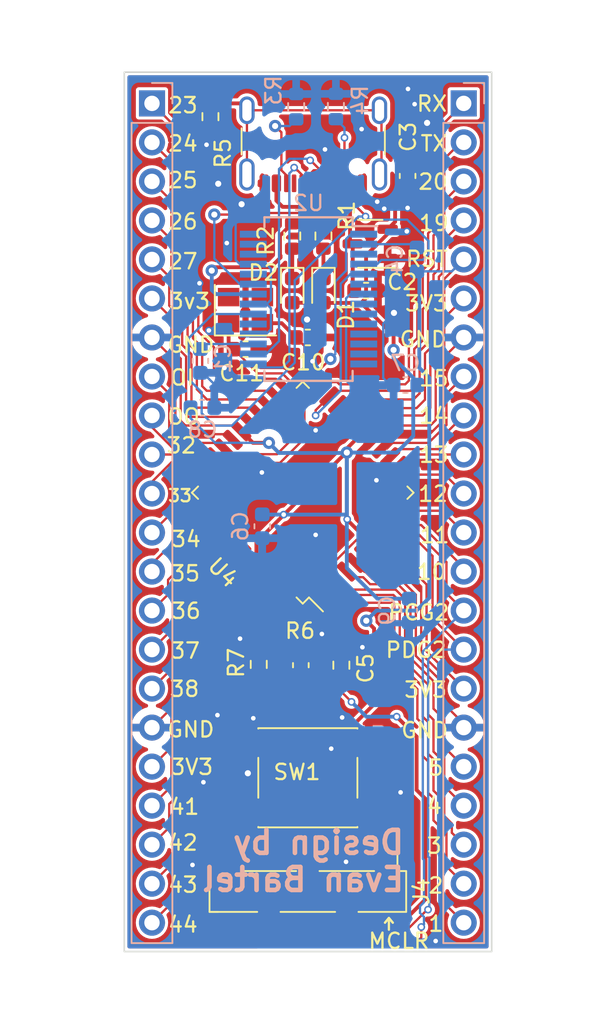
<source format=kicad_pcb>
(kicad_pcb (version 20221018) (generator pcbnew)
  (layers (0 "F.Cu" signal) (31 "B.Cu" signal) (34 "B.Paste" user) (35 "F.Paste" user) (36 "B.SilkS" user "B.Silkscreen") (37 "F.SilkS" user "F.Silkscreen") (38 "B.Mask" user) (39 "F.Mask" user) (44 "Edge.Cuts" user))
  (net 0 "")
  (net 1 "Net-(U2-3V3OUT)")
  (net 2 "GND")
  (net 3 "+5V")
  (net 4 "+3V3")
  (net 5 "Net-(U2-DTR)")
  (net 6 "MCLR")
  (net 7 "Net-(D1-K)")
  (net 8 "Net-(D2-K)")
  (net 9 "Net-(J1-CC1)")
  (net 10 "Net-(J1-CC2)")
  (net 11 "Net-(J1-SHIELD)")
  (net 12 "Net-(U2-CBUS0)")
  (net 13 "Net-(U2-CBUS1)")
  (net 14 "RX")
  (net 16 "TX")
  (net 24 "D+")
  (net 25 "D-")
  (net 30 "PGD2")
  (net 31 "P23")
  (net 32 "P1")
  (net 33 "P2")
  (net 34 "P3")
  (net 35 "P4")
  (net 36 "P5")
  (net 37 "P10")
  (net 38 "P11")
  (net 39 "P13")
  (net 40 "P14")
  (net 41 "P19")
  (net 42 "P20")
  (net 43 "P24")
  (net 44 "P25")
  (net 45 "MCLRI")
  (net 46 "PGC2")
  (net 47 "P26")
  (net 48 "P27")
  (net 49 "P32")
  (net 50 "P33")
  (net 51 "P37")
  (net 52 "P38")
  (net 53 "P41")
  (net 54 "P42")
  (net 55 "P43")
  (net 56 "P44")
  (net 57 "OSCO")
  (net 58 "OSCI")
  (net 61 "P34")
  (net 62 "P12")
  (net 63 "P35")
  (net 64 "P36")
  (net 65 "P15")
  (footprint "Package_QFP:LQFP-44_10x10mm_P0.8mm" (layer "F.Cu") (at 93.6474 83.7646 135)
    (fp_text reference "U4")
    (fp_text value "PIC24FJ64GA004-I_PT")
  )
  (footprint "Crystal:Crystal_SMD_3225-4Pin_3.2x2.5mm" (layer "F.Cu") (at 89.916 71.882)
    (fp_text reference "Y1" hide)
    (fp_text value "Crystal")
  )
  (footprint "Button_Switch_SMD:SW_Push_1P1T_NO_6x6mm_H9.5mm" (layer "F.Cu") (at 93.98 102.326)
    (fp_text reference "SW1")
    (fp_text value "SW_Push")
  )
  (footprint "Resistor_SMD:R_0603_1608Metric" (layer "F.Cu") (at 92.964 67.056 90)
    (fp_text reference "R2")
    (fp_text value "330")
  )
  (footprint "Package_TO_SOT_SMD:SOT-23-3" (layer "F.Cu") (at 98.044 67.564 180)
    (fp_text reference "U3" hide)
    (fp_text value "XC6206PxxxMR")
  )
  (footprint "Capacitor_SMD:C_0603_1608Metric" (layer "F.Cu") (at 97.777 70.612)
    (fp_text reference "C2")
    (fp_text value "0.1uf")
  )
  (footprint "Connector_PinHeader_2.54mm:PinHeader_1x05_P2.54mm_Vertical_SMD_Pin1Left" (layer "F.Cu") (at 93.98 109.728 -90)
    (fp_text reference "J4")
    (fp_text value "Conn_PIC_ICSP_ICD")
  )
  (footprint "Capacitor_SMD:C_0603_1608Metric" (layer "F.Cu") (at 93.98 73.66)
    (fp_text reference "C10")
    (fp_text value "12pF")
  )
  (footprint "LED_SMD:LED_0603_1608Metric" (layer "F.Cu") (at 92.964 70.612 -90)
    (fp_text reference "D2")
    (fp_text value "LED")
  )
  (footprint "Resistor_SMD:R_0603_1608Metric" (layer "F.Cu") (at 94.996 67.056 90)
    (fp_text reference "R1")
    (fp_text value "330")
  )
  (footprint "Connector_USB:USB_C_Receptacle_GCT_USB4105-xx-A_16P_TopMnt_Horizontal" (layer "F.Cu") (at 94.33 59.944 180)
    (fp_text reference "J1" hide)
    (fp_text value "USB_C_Receptacle_USB2.0")
  )
  (footprint "Capacitor_SMD:C_0603_1608Metric" (layer "F.Cu") (at 100.4824 63.1444 90)
    (fp_text reference "C3")
    (fp_text value "0.1uf")
  )
  (footprint "Resistor_SMD:R_0603_1608Metric" (layer "F.Cu") (at 87.63 59.2836 -90)
    (fp_text reference "R5")
    (fp_text value "10M")
  )
  (footprint "Capacitor_SMD:C_0603_1608Metric" (layer "F.Cu") (at 89.916 74.422)
    (fp_text reference "C11")
    (fp_text value "12pF")
  )
  (footprint "Resistor_SMD:R_0603_1608Metric" (layer "F.Cu") (at 90.7796 94.9452 -90)
    (fp_text reference "R7")
    (fp_text value "1k")
  )
  (footprint "LED_SMD:LED_0603_1608Metric" (layer "F.Cu") (at 94.996 70.612 -90)
    (fp_text reference "D1")
    (fp_text value "LED")
  )
  (footprint "Resistor_SMD:R_0603_1608Metric" (layer "F.Cu") (at 96.1644 94.996 90)
    (fp_text reference "R6")
    (fp_text value "10k")
  )
  (footprint "Capacitor_SMD:C_0603_1608Metric" (layer "F.Cu") (at 93.5228 94.996 -90)
    (fp_text reference "C5")
    (fp_text value "0.1uf")
  )
  (footprint "Capacitor_SMD:C_0603_1608Metric" (layer "B.Cu") (at 86.974 75.184 -90)
    (fp_text reference "C1")
    (fp_text value "0.1uf")
  )
  (footprint "Package_SO:SSOP-28_5.3x10.2mm_P0.65mm" (layer "B.Cu") (at 94.024 71.161 180)
    (fp_text reference "U2")
    (fp_text value "FT232RL")
  )
  (footprint "Resistor_SMD:R_0603_1608Metric" (layer "B.Cu") (at 93.218 58.6354 90)
    (fp_text reference "R3")
    (fp_text value "5.1k")
  )
  (footprint "Capacitor_SMD:C_0603_1608Metric" (layer "B.Cu") (at 87.109 78.232)
    (fp_text reference "C8")
    (fp_text value "0.1uf")
  )
  (footprint "Capacitor_SMD:C_0603_1608Metric" (layer "B.Cu") (at 100.584 91.44 -90)
    (fp_text reference "C9")
    (fp_text value "0.1uf")
  )
  (footprint "Connector_PinHeader_2.54mm:PinHeader_1x22_P2.54mm_Vertical" (layer "B.Cu") (at 83.82 58.42 180)
    (fp_text reference "J2" hide)
    (fp_text value "Conn_01x22_Pin")
  )
  (footprint "Resistor_SMD:R_0603_1608Metric" (layer "B.Cu") (at 95.8088 58.6232 90)
    (fp_text reference "R4")
    (fp_text value "5.1k")
  )
  (footprint "Capacitor_SMD:C_0603_1608Metric" (layer "B.Cu") (at 100.343 76.7588 180)
    (fp_text reference "C7")
    (fp_text value "0.1uf")
  )
  (footprint "Connector_PinHeader_2.54mm:PinHeader_1x22_P2.54mm_Vertical" (layer "B.Cu") (at 104.14 58.42 180)
    (fp_text reference "J3" hide)
    (fp_text value "Conn_01x22_Pin")
  )
  (footprint "Capacitor_SMD:C_0603_1608Metric" (layer "B.Cu") (at 101.092 68.58 -90)
    (fp_text reference "C4")
    (fp_text value "0.1uf")
  )
  (footprint "Capacitor_SMD:C_0603_1608Metric" (layer "B.Cu") (at 91.0082 85.9536 -90)
    (fp_text reference "C6")
    (fp_text value "0.1uf")
  )
  (gr_line (start 99.2632 111.4552) (end 99.5172 111.76) (stroke (width 0.15)) (layer "F.SilkS"))
  (gr_line (start 99.5172 111.76) (end 99.2632 111.4552) (stroke (width 0.15)) (layer "F.SilkS"))
  (gr_line (start 99.2632 112.2172) (end 99.2632 111.4552) (stroke (width 0.15)) (layer "F.SilkS"))
  (gr_line (start 99.2632 111.4552) (end 99.0092 111.76) (stroke (width 0.15)) (layer "F.SilkS"))
  (gr_line (start 99.0092 111.76) (end 99.2632 111.4552) (stroke (width 0.15)) (layer "F.SilkS"))
  (gr_rect (start 82.0166 56.388) (end 105.9622 113.6396) (stroke (width 0.1)) (fill none) (layer "Edge.Cuts"))
  (gr_text "Design by\nEvan Bartel" (at 100.4062 109.8296) (layer "B.SilkS") (effects (font (size 1.5 1.5) (thickness 0.3) bold) (justify left bottom mirror)))
  (gr_text "RST" (at 100.2792 69.1388) (layer "F.SilkS") (effects (font (size 1 1)) (justify left bottom)))
  (gr_text "20" (at 101.092 64.1096) (layer "F.SilkS") (effects (font (size 1 1)) (justify left bottom)))
  (gr_text "10" (at 100.9904 89.5096) (layer "F.SilkS") (effects (font (size 1 1)) (justify left bottom)))
  (gr_text "OI" (at 84.9376 76.8604) (layer "F.SilkS") (effects (font (size 1 1)) (justify left bottom)))
  (gr_text "MCLR\n" (at 97.8408 113.538) (layer "F.SilkS") (effects (font (size 1 1)) (justify left bottom)))
  (gr_text "33" (at 84.7852 84.4296) (layer "F.SilkS") (effects (font (size 0.8 0.8)) (justify left bottom)))
  (gr_text "14" (at 101.1428 79.3496) (layer "F.SilkS") (effects (font (size 1 1)) (justify left bottom)))
  (gr_text "1" (at 101.7524 112.4204) (layer "F.SilkS") (effects (font (size 1 1)) (justify left bottom)))
  (gr_text "36" (at 84.9884 92.0496) (layer "F.SilkS") (effects (font (size 1 1)) (justify left bottom)))
  (gr_text "PDG2" (at 98.9584 94.5896) (layer "F.SilkS") (effects (font (size 1 1)) (justify left bottom)))
  (gr_text "32" (at 84.6836 81.28) (layer "F.SilkS") (effects (font (size 1 1)) (justify left bottom)))
  (gr_text "3" (at 101.6508 107.3404) (layer "F.SilkS") (effects (font (size 1 1)) (justify left bottom)))
  (gr_text "44" (at 84.7852 112.4712) (layer "F.SilkS") (effects (font (size 1 1)) (justify left bottom)))
  (gr_text "3V3" (at 100.2284 72.0344) (layer "F.SilkS") (effects (font (size 1 1)) (justify left bottom)))
  (gr_text "23" (at 84.7852 59.1312) (layer "F.SilkS") (effects (font (size 1 1)) (justify left bottom)))
  (gr_text "35" (at 84.9376 89.6112) (layer "F.SilkS") (effects (font (size 1 1)) (justify left bottom)))
  (gr_text "27" (at 84.7852 69.2912) (layer "F.SilkS") (effects (font (size 1 1)) (justify left bottom)))
  (gr_text "PCG2" (at 99.1362 92.1512) (layer "F.SilkS") (effects (font (size 1 1)) (justify left bottom)))
  (gr_text "41" (at 84.8868 104.8004) (layer "F.SilkS") (effects (font (size 1 1)) (justify left bottom)))
  (gr_text "GND" (at 99.8728 74.3712) (layer "F.SilkS") (effects (font (size 1 1)) (justify left bottom)))
  (gr_text "25" (at 84.7852 64.008) (layer "F.SilkS") (effects (font (size 1 1)) (justify left bottom)))
  (gr_text "24" (at 84.7852 61.6204) (layer "F.SilkS") (effects (font (size 1 1)) (justify left bottom)))
  (gr_text "19" (at 101.1428 66.802) (layer "F.SilkS") (effects (font (size 1 1)) (justify left bottom)))
  (gr_text "12" (at 101.092 84.4296) (layer "F.SilkS") (effects (font (size 1 1)) (justify left bottom)))
  (gr_text "GND" (at 84.7344 99.7712) (layer "F.SilkS") (effects (font (size 1 1)) (justify left bottom)))
  (gr_text "38" (at 84.8868 97.1296) (layer "F.SilkS") (effects (font (size 1 1)) (justify left bottom)))
  (gr_text "2" (at 101.7524 109.9312) (layer "F.SilkS") (effects (font (size 1 1)) (justify left bottom)))
  (gr_text "GND" (at 84.7344 74.7268) (layer "F.SilkS") (effects (font (size 1 1)) (justify left bottom)))
  (gr_text "TX" (at 101.2444 61.6204) (layer "F.SilkS") (effects (font (size 1 1)) (justify left bottom)))
  (gr_text "4" (at 101.6508 104.7496) (layer "F.SilkS") (effects (font (size 1 1)) (justify left bottom)))
  (gr_text "43" (at 84.7852 109.8804) (layer "F.SilkS") (effects (font (size 1 1)) (justify left bottom)))
  (gr_text "3V3" (at 84.9376 102.2096) (layer "F.SilkS") (effects (font (size 1 1)) (justify left bottom)))
  (gr_text "RX" (at 100.9904 59.0296) (layer "F.SilkS") (effects (font (size 1 1)) (justify left bottom)))
  (gr_text "3V3" (at 100.1776 97.1804) (layer "F.SilkS") (effects (font (size 1 1)) (justify left bottom)))
  (gr_text "26" (at 84.7852 66.7004) (layer "F.SilkS") (effects (font (size 1 1)) (justify left bottom)))
  (gr_text "GND" (at 99.9744 99.822) (layer "F.SilkS") (effects (font (size 1 1)) (justify left bottom)))
  (gr_text "11" (at 101.1936 87.122) (layer "F.SilkS") (effects (font (size 1 1)) (justify left bottom)))
  (gr_text "34" (at 84.9884 87.376) (layer "F.SilkS") (effects (font (size 1 1)) (justify left bottom)))
  (gr_text "42" (at 84.7852 107.1372) (layer "F.SilkS") (effects (font (size 1 1)) (justify left bottom)))
  (gr_text "15" (at 101.1428 76.9112) (layer "F.SilkS") (effects (font (size 1 1)) (justify left bottom)))
  (gr_text "3v3" (at 84.836 71.882) (layer "F.SilkS") (effects (font (size 1 1)) (justify left bottom)))
  (gr_text "5" (at 101.7524 102.2604) (layer "F.SilkS") (effects (font (size 1 1)) (justify left bottom)))
  (gr_text "13" (at 101.1428 81.8896) (layer "F.SilkS") (effects (font (size 1 1)) (justify left bottom)))
  (gr_text "OO" (at 84.7344 79.4004) (layer "F.SilkS") (effects (font (size 1 1)) (justify left bottom)))
  (gr_text "37" (at 84.9376 94.6404) (layer "F.SilkS") (effects (font (size 1 1)) (justify left bottom)))
  (segment (start 87.297 74.086) (end 90.424 74.086) (width 0.15) (layer "B.Cu") (net 1))
  (segment (start 86.974 74.409) (end 87.297 74.086) (width 0.15) (layer "B.Cu") (net 1))
  (segment (start 91.13 64.7244) (end 90.8699 64.9845) (width 0.15) (layer "F.Cu") (net 2))
  (segment (start 85.9196 94.915374) (end 85.09 95.744974) (width 0.15) (layer "F.Cu") (net 2))
  (segment (start 90.8699 64.9845) (end 89.662 64.9845) (width 0.15) (layer "F.Cu") (net 2))
  (segment (start 92.2042 73.607) (end 91.3892 74.422) (width 0.15) (layer "F.Cu") (net 2))
  (segment (start 98.938936 79.957988) (end 101.919038 79.957988) (width 0.15) (layer "F.Cu") (net 2))
  (segment (start 98.9584 65.278) (end 98.9584 65.3288) (width 0.25) (layer "F.Cu") (net 2))
  (segment (start 88.709417 79.957988) (end 85.545988 79.957988) (width 0.15) (layer "F.Cu") (net 2))
  (segment (start 98.9068 89.024) (end 100.5056 89.024) (width 0.15) (layer "F.Cu") (net 2))
  (segment (start 97.651392 87.768592) (end 98.9068 89.024) (width 0.15) (layer "F.Cu") (net 2))
  (segment (start 98.570631 80.326293) (end 98.938936 79.957988) (width 0.15) (layer "F.Cu") (net 2))
  (segment (start 97.53 64.2052) (end 98.0948 64.77) (width 0.25) (layer "F.Cu") (net 2))
  (segment (start 97.53 63.624) (end 97.53 64.2052) (width 0.25) (layer "F.Cu") (net 2))
  (segment (start 85.344 79.756) (end 85.344 75.184) (width 0.15) (layer "F.Cu") (net 2))
  (segment (start 90.041 70.31809) (end 90.041 73.44591) (width 0.15) (layer "F.Cu") (net 2))
  (segment (start 102.665 75.135) (end 104.14 73.66) (width 0.15) (layer "F.Cu") (net 2))
  (segment (start 89.275102 88.136898) (end 88.579823 88.136898) (width 0.15) (layer "F.Cu") (net 2))
  (segment (start 98.3996 64.77) (end 98.4504 64.8208) (width 0.25) (layer "F.Cu") (net 2))
  (segment (start 89.077722 80.326293) (end 88.709417 79.957988) (width 0.15) (layer "F.Cu") (net 2))
  (segment (start 98.4504 64.8208) (end 98.5012 64.8208) (width 0.25) (layer "F.Cu") (net 2))
  (segment (start 104.14 98.806) (end 104.14 99.06) (width 0.15) (layer "F.Cu") (net 2))
  (segment (start 91.3892 74.422) (end 90.691 74.422) (width 0.15) (layer "F.Cu") (net 2))
  (segment (start 100.5056 89.024) (end 101.3688 89.8872) (width 0.15) (layer "F.Cu") (net 2))
  (segment (start 86.8172 69.362683) (end 87.436361 69.981844) (width 0.15) (layer "F.Cu") (net 2))
  (segment (start 87.422503 88.9056) (end 85.9196 90.408503) (width 0.15) (layer "F.Cu") (net 2))
  (segment (start 85.9196 90.408503) (end 85.9196 94.915374) (width 0.15) (layer "F.Cu") (net 2))
  (segment (start 98.0948 64.77) (end 98.3996 64.77) (width 0.25) (layer "F.Cu") (net 2))
  (segment (start 101.919038 79.957988) (end 102.665 79.212026) (width 0.15) (layer "F.Cu") (net 2))
  (segment (start 90.20209 73.607) (end 92.2042 73.607) (width 0.15) (layer "F.Cu") (net 2))
  (segment (start 89.643408 87.768592) (end 89.275102 88.136898) (width 0.15) (layer "F.Cu") (net 2))
  (segment (start 91.13 63.624) (end 91.13 64.7244) (width 0.15) (layer "F.Cu") (net 2))
  (segment (start 101.3688 94.243774) (end 102.87 95.744974) (width 0.15) (layer "F.Cu") (net 2))
  (segment (start 85.545988 79.957988) (end 85.344 79.756) (width 0.15) (layer "F.Cu") (net 2))
  (segment (start 88.579823 88.136898) (end 87.81112 88.9056) (width 0.15) (layer "F.Cu") (net 2))
  (segment (start 91.13 63.624) (end 91.13 64.572) (width 0.25) (layer "F.Cu") (net 2))
  (segment (start 98.9584 65.3288) (end 98.9076 65.278) (width 0.25) (layer "F.Cu") (net 2))
  (segment (start 85.09 97.79) (end 83.82 99.06) (width 0.15) (layer "F.Cu") (net 2))
  (segment (start 102.87 97.536) (end 104.14 98.806) (width 0.15) (layer "F.Cu") (net 2))
  (segment (start 98.9076 65.278) (end 98.9584 65.278) (width 0.25) (layer "F.Cu") (net 2))
  (segment (start 90.041 73.44591) (end 90.20209 73.607) (width 0.15) (layer "F.Cu") (net 2))
  (segment (start 102.665 79.212026) (end 102.665 75.135) (width 0.15) (layer "F.Cu") (net 2))
  (segment (start 85.344 75.184) (end 83.82 73.66) (width 0.15) (layer "F.Cu") (net 2))
  (segment (start 88.138 63.6524) (end 86.8172 64.9732) (width 0.15) (layer "F.Cu") (net 2))
  (segment (start 98.217078 80.326293) (end 98.570631 80.326293) (width 0.15) (layer "F.Cu") (net 2))
  (segment (start 98.5012 64.8208) (end 98.5012 64.8716) (width 0.25) (layer "F.Cu") (net 2))
  (segment (start 87.436361 69.981844) (end 89.704754 69.981844) (width 0.15) (layer "F.Cu") (net 2))
  (segment (start 86.8172 64.9732) (end 86.8172 69.362683) (width 0.15) (layer "F.Cu") (net 2))
  (segment (start 85.09 95.744974) (end 85.09 97.79) (width 0.15) (layer "F.Cu") (net 2))
  (segment (start 101.3688 89.8872) (end 101.3688 94.243774) (width 0.15) (layer "F.Cu") (net 2))
  (segment (start 98.5012 64.8716) (end 98.9076 65.278) (width 0.25) (layer "F.Cu") (net 2))
  (segment (start 89.704754 69.981844) (end 90.041 70.31809) (width 0.15) (layer "F.Cu") (net 2))
  (segment (start 87.81112 88.9056) (end 87.422503 88.9056) (width 0.15) (layer "F.Cu") (net 2))
  (segment (start 102.87 95.744974) (end 102.87 97.536) (width 0.15) (layer "F.Cu") (net 2))
  (via (at 98.5012 64.8208) (size 0.5) (drill 0.3) (layers "F.Cu" "B.Cu") (net 2))
  (via (at 88.5444 75.6412) (size 0.5) (drill 0.3) (layers "F.Cu" "B.Cu") (net 2))
  (via (at 94.8944 92.964) (size 0.5) (drill 0.3) (layers "F.Cu" "B.Cu") (net 2))
  (via (at 94.488 86.5124) (size 0.5) (drill 0.3) (layers "F.Cu" "B.Cu") (net 2))
  (via (at 99.5934 72.0598) (size 0.8) (drill 0.4) (layers "F.Cu" "B.Cu") (net 2))
  (via (at 90.0684 102.0318) (size 0.8) (drill 0.4) (layers "F.Cu" "B.Cu") (net 2))
  (via (at 96.4692 107.7976) (size 0.5) (drill 0.3) (layers "F.Cu" "B.Cu") (net 2))
  (via (at 86.9185 70.1294) (size 0.5) (drill 0.3) (layers "F.Cu" "B.Cu") (net 2))
  (via (at 98.4504 82.9564) (size 0.5) (drill 0.3) (layers "F.Cu" "B.Cu") (net 2))
  (via (at 100.9396 58.4708) (size 0.5) (drill 0.3) (layers "F.Cu" "B.Cu") (net 2))
  (via (at 87.1728 102.616) (size 0.5) (drill 0.3) (layers "F.Cu" "B.Cu") (net 2))
  (via (at 102.3112 112.9538) (size 0.5) (drill 0.3) (layers "F.Cu" "B.Cu") (net 2))
  (via (at 89.662 64.9845) (size 0.8) (drill 0.4) (layers "F.Cu" "B.Cu") (net 2))
  (via (at 100.0252 103.2764) (size 0.5) (drill 0.3) (layers "F.Cu" "B.Cu") (net 2))
  (via (at 94.2848 75.2094) (size 0.5) (drill 0.3) (layers "F.Cu" "B.Cu") (net 2))
  (via (at 90.9828 82.4484) (size 0.5) (drill 0.3) (layers "F.Cu" "B.Cu") (net 2))
  (via (at 101.7524 59.69) (size 0.8) (drill 0.4) (layers "F.Cu" "B.Cu") (net 2))
  (via (at 88.0872 98.2472) (size 0.5) (drill 0.3) (layers "F.Cu" "B.Cu") (net 2))
  (via (at 86.4616 108.0008) (size 0.5) (drill 0.3) (layers "F.Cu" "B.Cu") (net 2))
  (via (at 89.5604 93.2688) (size 0.5) (drill 0.3) (layers "F.Cu" "B.Cu") (net 2))
  (via (at 96.2152 98.3996) (size 0.5) (drill 0.3) (layers "F.Cu" "B.Cu") (net 2))
  (via (at 97.536 93.8276) (size 0.5) (drill 0.3) (layers "F.Cu" "B.Cu") (net 2))
  (via (at 100.4316 66.7512) (size 0.5) (drill 0.3) (layers "F.Cu" "B.Cu") (net 2))
  (via (at 93.9292 72.4916) (size 0.8) (drill 0.4) (layers "F.Cu" "B.Cu") (net 2))
  (via (at 95.504 100.4316) (size 0.5) (drill 0.3) (layers "F.Cu" "B.Cu") (net 2))
  (via (at 97.4852 60.0964) (size 0.5) (drill 0.3) (layers "F.Cu" "B.Cu") (net 2))
  (via (at 95.0976 61.4172) (size 0.5) (drill 0.3) (layers "F.Cu" "B.Cu") (net 2))
  (via (at 100.4824 65.2272) (size 0.5) (drill 0.3) (layers "F.Cu" "B.Cu") (net 2))
  (via (at 87.376 61.1124) (size 0.5) (drill 0.3) (layers "F.Cu" "B.Cu") (net 2))
  (via (at 90.424 98.4504) (size 0.5) (drill 0.3) (layers "F.Cu" "B.Cu") (net 2))
  (via (at 98.9584 65.278) (size 0.5) (drill 0.3) (layers "F.Cu" "B.Cu") (net 2))
  (via (at 94.488 79.7052) (size 0.5) (drill 0.3) (layers "F.Cu" "B.Cu") (net 2))
  (via (at 87.5284 73.2028) (size 0.5) (drill 0.3) (layers "F.Cu" "B.Cu") (net 2))
  (via (at 88.138 63.6524) (size 0.8) (drill 0.4) (layers "F.Cu" "B.Cu") (net 2))
  (via (at 88.6968 67.5132) (size 0.5) (drill 0.3) (layers "F.Cu" "B.Cu") (net 2))
  (via (at 100.5078 57.4802) (size 0.5) (drill 0.3) (layers "F.Cu" "B.Cu") (net 2))
  (segment (start 96.474 76.4588) (end 96.474 71.111) (width 0.15) (layer "B.Cu") (net 2))
  (segment (start 99.301 76.708) (end 99.047 76.962) (width 0.15) (layer "B.Cu") (net 2))
  (segment (start 96.749 70.836) (end 97.624 70.836) (width 0.15) (layer "B.Cu") (net 2))
  (segment (start 90.424 73.436) (end 91.26291 73.436) (width 0.15) (layer "B.Cu") (net 2))
  (segment (start 91.299 71.486) (end 90.424 71.486) (width 0.15) (layer "B.Cu") (net 2))
  (segment (start 89.274 68.611) (end 89.274 65.5644) (width 0.15) (layer "B.Cu") (net 2))
  (segment (start 98.893 72.7602) (end 98.893 76.3) (width 0.15) (layer "B.Cu") (net 2))
  (segment (start 91.574 71.761) (end 91.299 71.486) (width 0.15) (layer "B.Cu") (net 2))
  (segment (start 87.9856 76.8096) (end 87.9856 78.1304) (width 0.15) (layer "B.Cu") (net 2))
  (segment (start 87.135 75.959) (end 87.9856 76.8096) (width 0.15) (layer "B.Cu") (net 2))
  (segment (start 89.549 68.886) (end 89.274 68.611) (width 0.15) (layer "B.Cu") (net 2))
  (segment (start 99.047 76.962) (end 96.9772 76.962) (width 0.15) (layer "B.Cu") (net 2))
  (segment (start 90.424 68.886) (end 89.549 68.886) (width 0.15) (layer "B.Cu") (net 2))
  (segment (start 99.5934 72.0598) (end 98.893 72.7602) (width 0.15) (layer "B.Cu") (net 2))
  (segment (start 96.9772 76.962) (end 96.474 76.4588) (width 0.15) (layer "B.Cu") (net 2))
  (segment (start 91.26291 73.436) (end 91.574 73.12491) (width 0.15) (layer "B.Cu") (net 2))
  (segment (start 87.9856 78.1304) (end 87.884 78.232) (width 0.15) (layer "B.Cu") (net 2))
  (segment (start 89.274 65.5644) (end 89.662 65.1764) (width 0.15) (layer "B.Cu") (net 2))
  (segment (start 91.299 71.486) (end 91.574 71.211) (width 0.15) (layer "B.Cu") (net 2))
  (segment (start 91.574 73.12491) (end 91.574 71.761) (width 0.15) (layer "B.Cu") (net 2))
  (segment (start 91.26291 68.886) (end 90.424 68.886) (width 0.15) (layer "B.Cu") (net 2))
  (segment (start 96.474 71.111) (end 96.749 70.836) (width 0.15) (layer "B.Cu") (net 2))
  (segment (start 86.974 75.959) (end 87.135 75.959) (width 0.15) (layer "B.Cu") (net 2))
  (segment (start 98.893 76.3) (end 99.301 76.708) (width 0.15) (layer "B.Cu") (net 2))
  (segment (start 91.574 69.19709) (end 91.26291 68.886) (width 0.15) (layer "B.Cu") (net 2))
  (segment (start 89.662 65.1764) (end 89.662 64.9845) (width 0.15) (layer "B.Cu") (net 2))
  (segment (start 91.574 71.211) (end 91.574 69.19709) (width 0.15) (layer "B.Cu") (net 2))
  (segment (start 96.73 66.04) (end 96.73 67.3875) (width 0.25) (layer "F.Cu") (net 3))
  (segment (start 96.73 67.3875) (end 96.9065 67.564) (width 0.25) (layer "F.Cu") (net 3))
  (segment (start 96.73 63.624) (end 96.73 66.04) (width 0.25) (layer "F.Cu") (net 3))
  (segment (start 91.93 64.752) (end 92.334 65.156) (width 0.25) (layer "F.Cu") (net 3))
  (segment (start 97.79 65.786) (end 96.73 64.726) (width 0.15) (layer "F.Cu") (net 3))
  (segment (start 96.73 64.726) (end 96.73 63.624) (width 0.15) (layer "F.Cu") (net 3))
  (segment (start 95.846 65.156) (end 96.73 66.04) (width 0.25) (layer "F.Cu") (net 3))
  (segment (start 96.9065 70.5165) (end 97.002 70.612) (width 0.25) (layer "F.Cu") (net 3))
  (segment (start 96.9065 67.564) (end 96.9065 70.5165) (width 0.25) (layer "F.Cu") (net 3))
  (segment (start 91.93 63.624) (end 91.93 64.752) (width 0.25) (layer "F.Cu") (net 3))
  (segment (start 92.334 65.156) (end 95.846 65.156) (width 0.25) (layer "F.Cu") (net 3))
  (via (at 97.7392 65.786) (size 0.5) (drill 0.3) (layers "F.Cu" "B.Cu") (net 3))
  (segment (start 97.9932 65.9892) (end 97.79 65.786) (width 0.15) (layer "B.Cu") (net 3))
  (segment (start 93.1254 69.94569) (end 93.1254 75.303769) (width 0.15) (layer "B.Cu") (net 3))
  (segment (start 87.059 77.226108) (end 86.224 76.391108) (width 0.15) (layer "B.Cu") (net 3))
  (segment (start 87.870292 79.4004) (end 87.059 78.589108) (width 0.15) (layer "B.Cu") (net 3))
  (segment (start 87.7824 72.136) (end 90.424 72.136) (width 0.15) (layer "B.Cu") (net 3))
  (segment (start 86.224 73.6944) (end 87.7824 72.136) (width 0.15) (layer "B.Cu") (net 3))
  (segment (start 87.059 78.589108) (end 87.059 77.226108) (width 0.15) (layer "B.Cu") (net 3))
  (segment (start 98.774 68.611) (end 101.468108 68.611) (width 0.15) (layer "B.Cu") (net 3))
  (segment (start 97.624 68.886) (end 98.499 68.886) (width 0.15) (layer "B.Cu") (net 3))
  (segment (start 101.842 67.372892) (end 100.458308 65.9892) (width 0.15) (layer "B.Cu") (net 3))
  (segment (start 89.028769 79.4004) (end 87.870292 79.4004) (width 0.15) (layer "B.Cu") (net 3))
  (segment (start 101.468108 68.611) (end 101.842 68.237108) (width 0.15) (layer "B.Cu") (net 3))
  (segment (start 97.28509 65.786) (end 93.1254 69.94569) (width 0.15) (layer "B.Cu") (net 3))
  (segment (start 93.1254 75.303769) (end 89.028769 79.4004) (width 0.15) (layer "B.Cu") (net 3))
  (segment (start 101.842 68.237108) (end 101.842 67.372892) (width 0.15) (layer "B.Cu") (net 3))
  (segment (start 100.458308 65.9892) (end 97.9932 65.9892) (width 0.15) (layer "B.Cu") (net 3))
  (segment (start 97.7392 65.786) (end 97.79 65.786) (width 0.15) (layer "B.Cu") (net 3))
  (segment (start 86.224 76.391108) (end 86.224 73.6944) (width 0.15) (layer "B.Cu") (net 3))
  (segment (start 97.7392 65.786) (end 97.28509 65.786) (width 0.15) (layer "B.Cu") (net 3))
  (segment (start 98.499 68.886) (end 98.774 68.611) (width 0.15) (layer "B.Cu") (net 3))
  (segment (start 88.097516 89.2556) (end 87.567477 89.2556) (width 0.15) (layer "F.Cu") (net 4))
  (segment (start 102.315 79.041) (end 102.315 74.990026) (width 0.15) (layer "F.Cu") (net 4))
  (segment (start 85.694 79.09) (end 85.694 75.039026) (width 0.15) (layer "F.Cu") (net 4))
  (segment (start 90.627399 87.915972) (end 90.209093 88.334278) (width 0.25) (layer "F.Cu") (net 4))
  (segment (start 90.4008 80.518) (end 89.643408 79.760608) (width 0.25) (layer "F.Cu") (net 4))
  (segment (start 96.52 85.505829) (end 96.510571 85.4964) (width 0.25) (layer "F.Cu") (net 4))
  (segment (start 91.44 80.518) (end 90.4008 80.518) (width 0.25) (layer "F.Cu") (net 4))
  (segment (start 99.1815 66.914) (end 97.777 68.3185) (width 0.25) (layer "F.Cu") (net 4))
  (segment (start 99.7712 98.3488) (end 101.07 99.6476) (width 0.25) (layer "F.Cu") (net 4))
  (segment (start 98.217078 87.202907) (end 97.848772 86.834601) (width 0.15) (layer "F.Cu") (net 4))
  (segment (start 101.963698 79.392302) (end 102.315 79.041) (width 0.15) (layer "F.Cu") (net 4))
  (segment (start 99.568 74.4728) (end 99.568 73.525182) (width 0.25) (layer "F.Cu") (net 4))
  (segment (start 96.9144 93.466272) (end 96.9144 95.071) (width 0.15) (layer "F.Cu") (net 4))
  (segment (start 90.627399 86.994801) (end 90.627399 87.915972) (width 0.25) (layer "F.Cu") (net 4))
  (segment (start 99.6696 66.1259) (end 99.1815 66.614) (width 0.25) (layer "F.Cu") (net 4))
  (segment (start 97.848772 86.834601) (end 97.153493 86.834601) (width 0.15) (layer "F.Cu") (net 4))
  (segment (start 95.0085 71.412) (end 94.996 71.3995) (width 0.25) (layer "F.Cu") (net 4))
  (segment (start 96.4692 81.153) (end 90.627399 86.994801) (width 0.25) (layer "F.Cu") (net 4))
  (segment (start 85.09 100.33) (end 83.82 101.6) (width 0.15) (layer "F.Cu") (net 4))
  (segment (start 100.5038 111.383) (end 96.52 111.383) (width 0.25) (layer "F.Cu") (net 4))
  (segment (start 99.1815 66.614) (end 99.1815 66.914) (width 0.25) (layer "F.Cu") (net 4))
  (segment (start 98.019698 79.392302) (end 101.963698 79.392302) (width 0.15) (layer "F.Cu") (net 4))
  (segment (start 102.87 72.39) (end 104.14 71.12) (width 0.15) (layer "F.Cu") (net 4))
  (segment (start 88.650533 88.702583) (end 88.097516 89.2556) (width 0.15) (layer "F.Cu") (net 4))
  (segment (start 93.726 90.277872) (end 96.9144 93.466272) (width 0.15) (layer "F.Cu") (net 4))
  (segment (start 100.650575 88.674) (end 101.7188 89.742226) (width 0.15) (layer "F.Cu") (net 4))
  (segment (start 85.09 72.39) (end 83.82 71.12) (width 0.15) (layer "F.Cu") (net 4))
  (segment (start 96.5454 85.531229) (end 98.217078 87.202907) (width 0.25) (layer "F.Cu") (net 4))
  (segment (start 87.567477 89.2556) (end 86.2696 90.553477) (width 0.15) (layer "F.Cu") (net 4))
  (segment (start 97.651392 79.760608) (end 98.019698 79.392302) (width 0.15) (layer "F.Cu") (net 4))
  (segment (start 98.217078 87.218878) (end 99.6722 88.674) (width 0.15) (layer "F.Cu") (net 4))
  (segment (start 99.6696 65.1256) (end 99.6696 66.1259) (width 0.25) (layer "F.Cu") (net 4))
  (segment (start 89.840788 88.702583) (end 88.650533 88.702583) (width 0.15) (layer "F.Cu") (net 4))
  (segment (start 96.52 80.892) (end 97.651392 79.760608) (width 0.25) (layer "F.Cu") (net 4))
  (segment (start 100.4824 64.3128) (end 99.6696 65.1256) (width 0.25) (layer "F.Cu") (net 4))
  (segment (start 101.6508 103.701407) (end 101.6508 110.236) (width 0.25) (layer "F.Cu") (net 4))
  (segment (start 100.4824 63.9194) (end 100.4824 64.3128) (width 0.25) (layer "F.Cu") (net 4))
  (segment (start 96.510571 85.4964) (end 96.5454 85.4964) (width 0.25) (layer "F.Cu") (net 4))
  (segment (start 96.5454 85.4964) (end 96.5454 85.531229) (width 0.25) (layer "F.Cu") (net 4))
  (segment (start 101.7188 94.0988) (end 104.14 96.52) (width 0.15) (layer "F.Cu") (net 4))
  (segment (start 101.07 103.120607) (end 101.6508 103.701407) (width 0.25) (layer "F.Cu") (net 4))
  (segment (start 96.1644 95.821) (end 96.1644 96.7232) (width 0.15) (layer "F.Cu") (net 4))
  (segment (start 101.07 99.6476) (end 101.07 103.120607) (width 0.25) (layer "F.Cu") (net 4))
  (segment (start 96.9144 95.071) (end 96.1644 95.821) (width 0.15) (layer "F.Cu") (net 4))
  (segment (start 92.964 71.3995) (end 94.996 71.3995) (width 0.25) (layer "F.Cu") (net 4))
  (segment (start 86.2696 90.553477) (end 86.2696 95.060348) (width 0.15) (layer "F.Cu") (net 4))
  (segment (start 96.52 81.153) (end 96.52 85.505829) (width 0.25) (layer "F.Cu") (net 4))
  (segment (start 98.217078 87.202907) (end 98.217078 87.218878) (width 0.15) (layer "F.Cu") (net 4))
  (segment (start 101.7188 89.742226) (end 101.7188 94.0988) (width 0.15) (layer "F.Cu") (net 4))
  (segment (start 97.153493 86.834601) (end 93.726 90.262095) (width 0.15) (layer "F.Cu") (net 4))
  (segment (start 89.275102 79.392302) (end 85.996302 79.392302) (width 0.15) (layer "F.Cu") (net 4))
  (segment (start 101.6508 110.236) (end 100.5038 111.383) (width 0.25) (layer "F.Cu") (net 4))
  (segment (start 86.2696 95.060348) (end 85.44 95.889948) (width 0.15) (layer "F.Cu") (net 4))
  (segment (start 102.87 74.435026) (end 102.87 72.39) (width 0.15) (layer "F.Cu") (net 4))
  (segment (start 85.09 74.435026) (end 85.09 72.39) (width 0.15) (layer "F.Cu") (net 4))
  (segment (start 96.1644 96.7232) (end 96.8248 97.3836) (width 0.15) (layer "F.Cu") (net 4))
  (segment (start 89.643408 79.760608) (end 89.275102 79.392302) (width 0.15) (layer "F.Cu") (net 4))
  (segment (start 85.996302 79.392302) (end 85.694 79.09) (width 0.15) (layer "F.Cu") (net 4))
  (segment (start 85.44 97.934974) (end 85.09 98.284974) (width 0.15) (layer "F.Cu") (net 4))
  (segment (start 96.52 81.153) (end 96.52 80.892) (width 0.25) (layer "F.Cu") (net 4))
  (segment (start 97.777 71.089818) (end 97.454818 71.412) (width 0.25) (layer "F.Cu") (net 4))
  (segment (start 96.52 81.153) (end 96.4692 81.153) (width 0.25) (layer "F.Cu") (net 4))
  (segment (start 99.568 73.525182) (end 97.454818 71.412) (width 0.25) (layer "F.Cu") (net 4))
  (segment (start 97.777 68.3185) (end 97.777 71.089818) (width 0.25) (layer "F.Cu") (net 4))
  (segment (start 85.09 98.284974) (end 85.09 100.33) (width 0.15) (layer "F.Cu") (net 4))
  (segment (start 90.209093 88.334278) (end 89.840788 88.702583) (width 0.15) (layer "F.Cu") (net 4))
  (segment (start 93.726 90.262095) (end 93.726 90.277872) (width 0.15) (layer "F.Cu") (net 4))
  (segment (start 85.694 75.039026) (end 85.09 74.435026) (width 0.15) (layer "F.Cu") (net 4))
  (segment (start 85.44 95.889948) (end 85.44 97.934974) (width 0.15) (layer "F.Cu") (net 4))
  (segment (start 97.454818 71.412) (end 95.0085 71.412) (width 0.25) (layer "F.Cu") (net 4))
  (segment (start 99.6722 88.674) (end 100.650575 88.674) (width 0.15) (layer "F.Cu") (net 4))
  (segment (start 102.315 74.990026) (end 102.87 74.435026) (width 0.15) (layer "F.Cu") (net 4))
  (via (at 96.8248 97.3836) (size 0.5) (drill 0.3) (layers "F.Cu" "B.Cu") (net 4))
  (via (at 96.52 81.153) (size 0.8) (drill 0.4) (layers "F.Cu" "B.Cu") (net 4))
  (via (at 99.7712 98.3488) (size 0.5) (drill 0.3) (layers "F.Cu" "B.Cu") (net 4))
  (via (at 92.4052 85.1916) (size 0.5) (drill 0.3) (layers "F.Cu" "B.Cu") (net 4))
  (via (at 99.568 74.4728) (size 0.8) (drill 0.4) (layers "F.Cu" "B.Cu") (net 4))
  (via (at 91.44 80.518) (size 0.8) (drill 0.4) (layers "F.Cu" "B.Cu") (net 4))
  (via (at 96.5454 85.4964) (size 0.5) (drill 0.3) (layers "F.Cu" "B.Cu") (net 4))
  (segment (start 100.584 90.665) (end 98.5136 90.665) (width 0.25) (layer "B.Cu") (net 4))
  (segment (start 96.4946 81.1784) (end 92.1004 81.1784) (width 0.25) (layer "B.Cu") (net 4))
  (segment (start 87.9348 80.518) (end 91.44 80.518) (width 0.15) (layer "B.Cu") (net 4))
  (segment (start 91.0466 85.1916) (end 92.4052 85.1916) (width 0.25) (layer "B.Cu") (net 4))
  (segment (start 86.334 78.9172) (end 87.9348 80.518) (width 0.15) (layer "B.Cu") (net 4))
  (segment (start 100.851 80.0732) (end 99.7712 81.153) (width 0.25) (layer "B.Cu") (net 4))
  (segment (start 86.334 78.232) (end 86.334 78.9172) (width 0.15) (layer "B.Cu") (net 4))
  (segment (start 92.4052 85.1916) (end 96.52 85.1916) (width 0.25) (layer "B.Cu") (net 4))
  (segment (start 97.79 98.3488) (end 99.7712 98.3488) (width 0.25) (layer "B.Cu") (net 4))
  (segment (start 96.8248 97.3836) (end 97.79 98.3488) (width 0.25) (layer "B.Cu") (net 4))
  (segment (start 96.52 88.6714) (end 96.52 81.153) (width 0.25) (layer "B.Cu") (net 4))
  (segment (start 98.5136 90.665) (end 96.52 88.6714) (width 0.25) (layer "B.Cu") (net 4))
  (segment (start 96.52 85.1916) (end 96.52 81.153) (width 0.25) (layer "B.Cu") (net 4))
  (segment (start 92.1004 81.1784) (end 91.44 80.518) (width 0.25) (layer "B.Cu") (net 4))
  (segment (start 99.568 75.00162) (end 100.851 76.28462) (width 0.25) (layer "B.Cu") (net 4))
  (segment (start 99.568 74.4728) (end 99.568 75.00162) (width 0.25) (layer "B.Cu") (net 4))
  (segment (start 96.52 81.153) (end 96.4946 81.1784) (width 0.25) (layer "B.Cu") (net 4))
  (segment (start 100.851 76.28462) (end 100.851 80.0732) (width 0.25) (layer "B.Cu") (net 4))
  (segment (start 99.7712 81.153) (end 96.52 81.153) (width 0.25) (layer "B.Cu") (net 4))
  (segment (start 100.873 67.586) (end 101.092 67.805) (width 0.15) (layer "B.Cu") (net 5))
  (segment (start 97.624 67.586) (end 100.873 67.586) (width 0.15) (layer "B.Cu") (net 5))
  (segment (start 91.694 98.9076) (end 91.694 97.091) (width 0.25) (layer "F.Cu") (net 6))
  (segment (start 97.085707 79.194922) (end 97.540629 78.74) (width 0.15) (layer "F.Cu") (net 6))
  (segment (start 102.87 71.895026) (end 102.87 69.85) (width 0.15) (layer "F.Cu") (net 6))
  (segment (start 98.298 93.6752) (end 99.06 94.4372) (width 0.25) (layer "F.Cu") (net 6))
  (segment (start 99.06 94.4372) (end 99.06 96.774) (width 0.25) (layer "F.Cu") (net 6))
  (segment (start 97.79 92.1004) (end 98.298 92.6084) (width 0.25) (layer "F.Cu") (net 6))
  (segment (start 102.52 74.290052) (end 102.52 72.245026) (width 0.15) (layer "F.Cu") (net 6))
  (segment (start 101.473 78.74) (end 101.965 78.248) (width 0.15) (layer "F.Cu") (net 6))
  (segment (start 101.965 74.845052) (end 102.52 74.290052) (width 0.15) (layer "F.Cu") (net 6))
  (segment (start 92.1004 99.314) (end 91.694 98.9076) (width 0.25) (layer "F.Cu") (net 6))
  (segment (start 97.540629 78.74) (end 101.473 78.74) (width 0.15) (layer "F.Cu") (net 6))
  (segment (start 102.87 69.85) (end 104.14 68.58) (width 0.15) (layer "F.Cu") (net 6))
  (segment (start 90.7796 95.7702) (end 90.7796 96.1766) (width 0.15) (layer "F.Cu") (net 6))
  (segment (start 98.298 92.6084) (end 98.298 93.6752) (width 0.25) (layer "F.Cu") (net 6))
  (segment (start 96.52 99.314) (end 92.1004 99.314) (width 0.25) (layer "F.Cu") (net 6))
  (segment (start 90.7796 96.1766) (end 91.694 97.091) (width 0.15) (layer "F.Cu") (net 6))
  (segment (start 102.52 72.245026) (end 102.87 71.895026) (width 0.15) (layer "F.Cu") (net 6))
  (segment (start 99.06 96.774) (end 96.52 99.314) (width 0.25) (layer "F.Cu") (net 6))
  (segment (start 101.965 78.248) (end 101.965 74.845052) (width 0.15) (layer "F.Cu") (net 6))
  (via (at 97.79 92.1004) (size 0.8) (drill 0.4) (layers "F.Cu" "B.Cu") (net 6))
  (segment (start 101.893 76.280982) (end 101.2444 75.632382) (width 0.25) (layer "B.Cu") (net 6))
  (segment (start 98.4504 91.44) (end 101.061818 91.44) (width 0.25) (layer "B.Cu") (net 6))
  (segment (start 101.092 69.355) (end 103.365 69.355) (width 0.15) (layer "B.Cu") (net 6))
  (segment (start 101.061818 91.44) (end 101.893 90.608818) (width 0.25) (layer "B.Cu") (net 6))
  (segment (start 101.893 90.608818) (end 101.893 76.280982) (width 0.25) (layer "B.Cu") (net 6))
  (segment (start 101.2444 69.5074) (end 101.092 69.355) (width 0.25) (layer "B.Cu") (net 6))
  (segment (start 97.79 92.1004) (end 98.4504 91.44) (width 0.25) (layer "B.Cu") (net 6))
  (segment (start 101.2444 75.632382) (end 101.2444 69.5074) (width 0.25) (layer "B.Cu") (net 6))
  (segment (start 103.365 69.355) (end 104.14 68.58) (width 0.15) (layer "B.Cu") (net 6))
  (segment (start 94.996 67.881) (end 94.996 69.8245) (width 0.25) (layer "F.Cu") (net 7))
  (segment (start 92.964 67.881) (end 92.964 69.8245) (width 0.25) (layer "F.Cu") (net 8))
  (segment (start 95.58 63.054024) (end 95.58 63.624) (width 0.15) (layer "F.Cu") (net 9))
  (segment (start 96.3676 60.6552) (end 96.3676 62.266424) (width 0.15) (layer "F.Cu") (net 9))
  (segment (start 96.3676 62.266424) (end 95.58 63.054024) (width 0.15) (layer "F.Cu") (net 9))
  (via (at 96.3676 60.6552) (size 0.5) (drill 0.3) (layers "F.Cu" "B.Cu") (net 9))
  (segment (start 96.3676 60.6552) (end 96.3676 60.007) (width 0.15) (layer "B.Cu") (net 9))
  (segment (start 96.3676 60.007) (end 95.8088 59.4482) (width 0.15) (layer "B.Cu") (net 9))
  (segment (start 91.8464 59.8932) (end 92.256042 60.302842) (width 0.15) (layer "F.Cu") (net 10))
  (segment (start 92.58 63.097958) (end 92.58 63.624) (width 0.15) (layer "F.Cu") (net 10))
  (segment (start 92.256042 62.774) (end 92.58 63.097958) (width 0.15) (layer "F.Cu") (net 10))
  (segment (start 92.256042 60.302842) (end 92.256042 62.774) (width 0.15) (layer "F.Cu") (net 10))
  (via (at 91.8464 59.8932) (size 0.8) (drill 0.4) (layers "F.Cu" "B.Cu") (net 10))
  (segment (start 91.8464 59.8932) (end 92.7852 59.8932) (width 0.15) (layer "B.Cu") (net 10))
  (segment (start 92.7852 59.8932) (end 93.218 59.4604) (width 0.15) (layer "B.Cu") (net 10))
  (segment (start 98.7806 62.9184) (end 98.65 63.049) (width 0.15) (layer "F.Cu") (net 11))
  (segment (start 87.947 58.42) (end 89.561 58.42) (width 0.25) (layer "F.Cu") (net 11))
  (segment (start 90.01 58.869) (end 98.65 58.869) (width 0.15) (layer "F.Cu") (net 11))
  (segment (start 89.561 58.42) (end 90.01 58.869) (width 0.25) (layer "F.Cu") (net 11))
  (segment (start 90.01 58.869) (end 90.01 63.049) (width 0.15) (layer "F.Cu") (net 11))
  (segment (start 98.65 58.869) (end 98.7806 58.9996) (width 0.15) (layer "F.Cu") (net 11))
  (segment (start 98.7806 58.9996) (end 98.7806 62.9184) (width 0.15) (layer "F.Cu") (net 11))
  (segment (start 90.273 65.556) (end 94.321 65.556) (width 0.15) (layer "F.Cu") (net 12))
  (segment (start 90.17 65.659) (end 90.273 65.556) (width 0.15) (layer "F.Cu") (net 12))
  (segment (start 87.884 65.659) (end 90.17 65.659) (width 0.15) (layer "F.Cu") (net 12))
  (segment (start 94.321 65.556) (end 94.996 66.231) (width 0.15) (layer "F.Cu") (net 12))
  (via (at 87.884 65.659) (size 0.8) (drill 0.4) (layers "F.Cu" "B.Cu") (net 12))
  (segment (start 87.884 68.521) (end 89.549 70.186) (width 0.15) (layer "B.Cu") (net 12))
  (segment (start 89.549 70.186) (end 90.424 70.186) (width 0.15) (layer "B.Cu") (net 12))
  (segment (start 87.884 65.659) (end 87.884 68.521) (width 0.15) (layer "B.Cu") (net 12))
  (segment (start 92.202 68.336462) (end 92.164 68.298462) (width 0.25) (layer "F.Cu") (net 13))
  (segment (start 92.164 67.031) (end 92.964 66.231) (width 0.25) (layer "F.Cu") (net 13))
  (segment (start 92.164 68.298462) (end 92.164 67.031) (width 0.25) (layer "F.Cu") (net 13))
  (segment (start 91.567 69.088) (end 92.202 68.453) (width 0.25) (layer "F.Cu") (net 13))
  (segment (start 87.715956 69.306844) (end 87.9348 69.088) (width 0.25) (layer "F.Cu") (net 13))
  (segment (start 92.202 68.453) (end 92.202 68.336462) (width 0.25) (layer "F.Cu") (net 13))
  (segment (start 87.9348 69.088) (end 91.567 69.088) (width 0.25) (layer "F.Cu") (net 13))
  (via (at 87.715956 69.306844) (size 0.8) (drill 0.4) (layers "F.Cu" "B.Cu") (net 13))
  (segment (start 87.715956 70.570956) (end 87.981 70.836) (width 0.25) (layer "B.Cu") (net 13))
  (segment (start 87.981 70.836) (end 90.424 70.836) (width 0.25) (layer "B.Cu") (net 13))
  (segment (start 87.715956 69.306844) (end 87.715956 70.570956) (width 0.25) (layer "B.Cu") (net 13))
  (segment (start 95.4495 75.057) (end 94.822965 75.683535) (width 0.15) (layer "F.Cu") (net 14))
  (segment (start 94.822965 76.932181) (end 95.176517 76.932181) (width 0.15) (layer "F.Cu") (net 14))
  (segment (start 102.17 64.480051) (end 102.52 64.130051) (width 0.15) (layer "F.Cu") (net 14))
  (segment (start 102.87 59.69) (end 104.14 58.42) (width 0.15) (layer "F.Cu") (net 14))
  (segment (start 100.33 76.708) (end 100.565 76.473) (width 0.15) (layer "F.Cu") (net 14))
  (segment (start 95.544823 76.563875) (end 95.886549 76.563875) (width 0.15) (layer "F.Cu") (net 14))
  (segment (start 94.822965 75.683535) (end 94.822965 76.932181) (width 0.15) (layer "F.Cu") (net 14))
  (segment (start 96.030674 76.708) (end 100.33 76.708) (width 0.15) (layer "F.Cu") (net 14))
  (segment (start 101.47 69.270102) (end 101.82 68.920102) (width 0.15) (layer "F.Cu") (net 14))
  (segment (start 101.12 71.66513) (end 101.47 71.31513) (width 0.15) (layer "F.Cu") (net 14))
  (segment (start 101.12 73.710156) (end 101.12 71.66513) (width 0.15) (layer "F.Cu") (net 14))
  (segment (start 101.82 68.920102) (end 101.82 66.875075) (width 0.15) (layer "F.Cu") (net 14))
  (segment (start 95.886549 76.563875) (end 96.030674 76.708) (width 0.15) (layer "F.Cu") (net 14))
  (segment (start 101.47 71.31513) (end 101.47 69.270102) (width 0.15) (layer "F.Cu") (net 14))
  (segment (start 102.87 61.542918) (end 102.87 59.69) (width 0.15) (layer "F.Cu") (net 14))
  (segment (start 95.176517 76.932181) (end 95.544823 76.563875) (width 0.15) (layer "F.Cu") (net 14))
  (segment (start 102.52 61.892918) (end 102.87 61.542918) (width 0.15) (layer "F.Cu") (net 14))
  (segment (start 102.52 64.130051) (end 102.52 61.892918) (width 0.15) (layer "F.Cu") (net 14))
  (segment (start 102.17 66.525076) (end 102.17 64.480051) (width 0.15) (layer "F.Cu") (net 14))
  (segment (start 100.565 74.265156) (end 101.12 73.710156) (width 0.15) (layer "F.Cu") (net 14))
  (segment (start 101.82 66.875075) (end 102.17 66.525076) (width 0.15) (layer "F.Cu") (net 14))
  (segment (start 100.565 76.473) (end 100.565 74.265156) (width 0.15) (layer "F.Cu") (net 14))
  (via (at 95.4495 75.057) (size 0.8) (drill 0.4) (layers "F.Cu" "B.Cu") (net 14))
  (segment (start 96.78509 66.936) (end 96.474 67.24709) (width 0.15) (layer "B.Cu") (net 14))
  (segment (start 95.774 74.7325) (end 95.4495 75.057) (width 0.15) (layer "B.Cu") (net 14))
  (segment (start 96.474 67.24709) (end 96.474 69.316025) (width 0.15) (layer "B.Cu") (net 14))
  (segment (start 96.474 69.316025) (end 95.774 70.016026) (width 0.15) (layer "B.Cu") (net 14))
  (segment (start 95.774 70.016026) (end 95.774 74.7325) (width 0.15) (layer "B.Cu") (net 14))
  (segment (start 97.624 66.936) (end 96.78509 66.936) (width 0.15) (layer "B.Cu") (net 14))
  (segment (start 101.82 71.460104) (end 101.82 69.415076) (width 0.15) (layer "F.Cu") (net 16))
  (segment (start 102.17 69.065076) (end 102.17 67.02005) (width 0.15) (layer "F.Cu") (net 16))
  (segment (start 94.488 78.74) (end 94.488 78.398516) (width 0.15) (layer "F.Cu") (net 16))
  (segment (start 95.742204 77.497866) (end 96.110509 77.129561) (width 0.15) (layer "F.Cu") (net 16))
  (segment (start 102.52 64.625025) (end 102.87 64.275025) (width 0.15) (layer "F.Cu") (net 16))
  (segment (start 101.82 69.415076) (end 102.17 69.065076) (width 0.15) (layer "F.Cu") (net 16))
  (segment (start 103.947892 60.96) (end 104.14 60.96) (width 0.15) (layer "F.Cu") (net 16))
  (segment (start 95.38865 77.497866) (end 95.742204 77.497866) (width 0.15) (layer "F.Cu") (net 16))
  (segment (start 100.915 74.41013) (end 101.47 73.85513) (width 0.15) (layer "F.Cu") (net 16))
  (segment (start 101.47 73.85513) (end 101.47 71.810104) (width 0.15) (layer "F.Cu") (net 16))
  (segment (start 102.87 64.275025) (end 102.87 62.037892) (width 0.15) (layer "F.Cu") (net 16))
  (segment (start 102.52 66.670051) (end 102.52 64.625025) (width 0.15) (layer "F.Cu") (net 16))
  (segment (start 100.670439 77.129561) (end 100.915 76.885) (width 0.15) (layer "F.Cu") (net 16))
  (segment (start 94.488 78.398516) (end 95.38865 77.497866) (width 0.15) (layer "F.Cu") (net 16))
  (segment (start 102.17 67.02005) (end 102.52 66.670051) (width 0.15) (layer "F.Cu") (net 16))
  (segment (start 96.110509 77.129561) (end 100.670439 77.129561) (width 0.15) (layer "F.Cu") (net 16))
  (segment (start 100.915 76.885) (end 100.915 74.41013) (width 0.15) (layer "F.Cu") (net 16))
  (segment (start 102.87 62.037892) (end 103.947892 60.96) (width 0.15) (layer "F.Cu") (net 16))
  (segment (start 101.47 71.810104) (end 101.82 71.460104) (width 0.15) (layer "F.Cu") (net 16))
  (via (at 94.488 78.74) (size 0.5) (drill 0.3) (layers "F.Cu" "B.Cu") (net 16))
  (segment (start 96.124 70.161) (end 96.749 69.536) (width 0.15) (layer "B.Cu") (net 16))
  (segment (start 94.488 78.74) (end 96.124 77.104) (width 0.15) (layer "B.Cu") (net 16))
  (segment (start 96.124 77.104) (end 96.124 70.161) (width 0.15) (layer "B.Cu") (net 16))
  (segment (start 96.749 69.536) (end 97.624 69.536) (width 0.15) (layer "B.Cu") (net 16))
  (segment (start 93.58 64.199) (end 93.58 63.624) (width 0.15) (layer "F.Cu") (net 24))
  (segment (start 93.087541 62.5995) (end 93.262041 62.774) (width 0.15) (layer "F.Cu") (net 24))
  (segment (start 94.305 64.474) (end 93.855 64.474) (width 0.15) (layer "F.Cu") (net 24))
  (segment (start 93.855 64.474) (end 93.58 64.199) (width 0.15) (layer "F.Cu") (net 24))
  (segment (start 93.087541 62.5995) (end 93.1533 62.5995) (width 0.15) (layer "F.Cu") (net 24))
  (segment (start 94.58 63.624) (end 94.58 64.199) (width 0.15) (layer "F.Cu") (net 24))
  (segment (start 94.58 64.199) (end 94.305 64.474) (width 0.15) (layer "F.Cu") (net 24))
  (segment (start 93.299976 62.774) (end 93.58 63.054024) (width 0.15) (layer "F.Cu") (net 24))
  (segment (start 93.262041 62.774) (end 93.299976 62.774) (width 0.15) (layer "F.Cu") (net 24))
  (segment (start 93.58 63.054024) (end 93.58 63.624) (width 0.15) (layer "F.Cu") (net 24))
  (via (at 93.087541 62.5995) (size 0.5) (drill 0.3) (layers "F.Cu" "B.Cu") (net 24))
  (segment (start 92.7754 75.158795) (end 92.323195 75.611) (width 0.15) (layer "B.Cu") (net 24))
  (segment (start 93.087541 62.5995) (end 93.087541 62.665259) (width 0.15) (layer "B.Cu") (net 24))
  (segment (start 93.087541 62.665259) (end 92.7754 62.9774) (width 0.15) (layer "B.Cu") (net 24))
  (segment (start 92.323195 75.611) (end 90.649 75.611) (width 0.15) (layer "B.Cu") (net 24))
  (segment (start 92.7754 62.9774) (end 92.7754 75.158795) (width 0.15) (layer "B.Cu") (net 24))
  (segment (start 90.649 75.611) (end 90.424 75.386) (width 0.15) (layer "B.Cu") (net 24))
  (segment (start 94.08 63.054024) (end 94.360024 62.774) (width 0.15) (layer "F.Cu") (net 25))
  (segment (start 94.154376 62.1284) (end 95.08 63.054024) (width 0.15) (layer "F.Cu") (net 25))
  (segment (start 95.08 63.049) (end 95.08 63.624) (width 0.15) (layer "F.Cu") (net 25))
  (segment (start 94.805 62.774) (end 95.08 63.049) (width 0.15) (layer "F.Cu") (net 25))
  (segment (start 95.08 63.054024) (end 95.08 63.624) (width 0.15) (layer "F.Cu") (net 25))
  (segment (start 94.1324 62.1284) (end 94.154376 62.1284) (width 0.15) (layer "F.Cu") (net 25))
  (segment (start 94.08 63.624) (end 94.08 63.054024) (width 0.15) (layer "F.Cu") (net 25))
  (segment (start 94.360024 62.774) (end 94.805 62.774) (width 0.15) (layer "F.Cu") (net 25))
  (via (at 94.1324 62.1284) (size 0.5) (drill 0.3) (layers "F.Cu" "B.Cu") (net 25))
  (segment (start 92.1004 62.697805) (end 92.1004 73.89851) (width 0.15) (layer "B.Cu") (net 25))
  (segment (start 91.26291 74.736) (end 90.424 74.736) (width 0.15) (layer "B.Cu") (net 25))
  (segment (start 94.0308 62.0268) (end 92.771405 62.0268) (width 0.15) (layer "B.Cu") (net 25))
  (segment (start 94.1324 62.1284) (end 94.0308 62.0268) (width 0.15) (layer "B.Cu") (net 25))
  (segment (start 92.771405 62.0268) (end 92.1004 62.697805) (width 0.15) (layer "B.Cu") (net 25))
  (segment (start 92.1004 73.89851) (end 91.26291 74.736) (width 0.15) (layer "B.Cu") (net 25))
  (segment (start 99.7612 112.913) (end 92.97 112.913) (width 0.15) (layer "F.Cu") (net 30))
  (segment (start 98.782763 86.637221) (end 99.151069 87.005527) (width 0.15) (layer "F.Cu") (net 30))
  (segment (start 102.108 87.884) (end 102.108 91.948) (width 0.15) (layer "F.Cu") (net 30))
  (segment (start 92.97 112.913) (end 91.44 111.383) (width 0.15) (layer "F.Cu") (net 30))
  (segment (start 99.151069 87.005527) (end 101.229527 87.005527) (width 0.15) (layer "F.Cu") (net 30))
  (segment (start 101.229527 87.005527) (end 102.108 87.884) (width 0.15) (layer "F.Cu") (net 30))
  (segment (start 102.108 91.948) (end 104.14 93.98) (width 0.15) (layer "F.Cu") (net 30))
  (segment (start 101.7651 110.9091) (end 99.7612 112.913) (width 0.15) (layer "F.Cu") (net 30))
  (segment (start 101.8159 110.9091) (end 101.7651 110.9091) (width 0.15) (layer "F.Cu") (net 30))
  (via (at 101.8159 110.9091) (size 0.5) (drill 0.3) (layers "F.Cu" "B.Cu") (net 30))
  (segment (start 101.8992 107.525625) (end 101.823 107.449425) (width 0.15) (layer "B.Cu") (net 30))
  (segment (start 101.823 94.6206) (end 102.4636 93.98) (width 0.15) (layer "B.Cu") (net 30))
  (segment (start 102.4636 93.98) (end 104.14 93.98) (width 0.15) (layer "B.Cu") (net 30))
  (segment (start 101.8992 110.8258) (end 101.8992 107.525625) (width 0.15) (layer "B.Cu") (net 30))
  (segment (start 101.823 107.449425) (end 101.823 94.6206) (width 0.15) (layer "B.Cu") (net 30))
  (segment (start 101.8159 110.9091) (end 101.8992 110.8258) (width 0.15) (layer "B.Cu") (net 30))
  (segment (start 92.471835 76.932181) (end 91.887844 76.34819) (width 0.15) (layer "F.Cu") (net 31))
  (segment (start 85.79 64.480052) (end 85.3892 64.079252) (width 0.15) (layer "F.Cu") (net 31))
  (segment (start 85.3892 64.079252) (end 85.3892 59.9892) (width 0.15) (layer "F.Cu") (net 31))
  (segment (start 88.15919 76.34819) (end 87.8586 76.0476) (width 0.15) (layer "F.Cu") (net 31))
  (segment (start 85.3892 59.9892) (end 83.82 58.42) (width 0.15) (layer "F.Cu") (net 31))
  (segment (start 86.14 66.875078) (end 85.79 66.525078) (width 0.15) (layer "F.Cu") (net 31))
  (segment (start 86.84 71.499448) (end 86.394 71.053448) (width 0.15) (layer "F.Cu") (net 31))
  (segment (start 86.84 73.2764) (end 86.84 71.499448) (width 0.15) (layer "F.Cu") (net 31))
  (segment (start 91.887844 76.34819) (end 88.15919 76.34819) (width 0.15) (layer "F.Cu") (net 31))
  (segment (start 87.8586 76.0476) (end 87.8586 74.295) (width 0.15) (layer "F.Cu") (net 31))
  (segment (start 86.14 68.790626) (end 86.14 66.875078) (width 0.15) (layer "F.Cu") (net 31))
  (segment (start 86.394 71.053448) (end 86.394 69.044626) (width 0.15) (layer "F.Cu") (net 31))
  (segment (start 87.8586 74.295) (end 86.84 73.2764) (width 0.15) (layer "F.Cu") (net 31))
  (segment (start 85.79 66.525078) (end 85.79 64.480052) (width 0.15) (layer "F.Cu") (net 31))
  (segment (start 86.394 69.044626) (end 86.14 68.790626) (width 0.15) (layer "F.Cu") (net 31))
  (segment (start 102.17 103.654922) (end 102.17 105.101587) (width 0.15) (layer "F.Cu") (net 32))
  (segment (start 95.919874 90.932) (end 99.568 90.932) (width 0.15) (layer "F.Cu") (net 32))
  (segment (start 101.12 96.555948) (end 101.12 98.491948) (width 0.15) (layer "F.Cu") (net 32))
  (segment (start 102.665 105.596586) (end 102.665 110.285) (width 0.15) (layer "F.Cu") (net 32))
  (segment (start 101.47 98.841948) (end 101.47 100.909896) (width 0.15) (layer "F.Cu") (net 32))
  (segment (start 102.665 110.285) (end 104.14 111.76) (width 0.15) (layer "F.Cu") (net 32))
  (segment (start 101.82 103.304922) (end 102.17 103.654922) (width 0.15) (layer "F.Cu") (net 32))
  (segment (start 101.47 100.909896) (end 101.82 101.259896) (width 0.15) (layer "F.Cu") (net 32))
  (segment (start 99.568 90.932) (end 99.6188 90.9828) (width 0.15) (layer "F.Cu") (net 32))
  (segment (start 101.82 101.259896) (end 101.82 103.304922) (width 0.15) (layer "F.Cu") (net 32))
  (segment (start 99.6188 95.054748) (end 101.12 96.555948) (width 0.15) (layer "F.Cu") (net 32))
  (segment (start 94.822965 90.597019) (end 95.191271 90.965325) (width 0.15) (layer "F.Cu") (net 32))
  (segment (start 99.6188 90.9828) (end 99.6188 95.054748) (width 0.15) (layer "F.Cu") (net 32))
  (segment (start 101.12 98.491948) (end 101.47 98.841948) (width 0.15) (layer "F.Cu") (net 32))
  (segment (start 95.191271 90.965325) (end 95.886549 90.965325) (width 0.15) (layer "F.Cu") (net 32))
  (segment (start 95.886549 90.965325) (end 95.919874 90.932) (width 0.15) (layer "F.Cu") (net 32))
  (segment (start 102.17 105.101587) (end 102.665 105.596586) (width 0.15) (layer "F.Cu") (net 32))
  (segment (start 101.82 100.764922) (end 102.17 101.114922) (width 0.15) (layer "F.Cu") (net 33))
  (segment (start 102.17 103.159948) (end 102.52 103.509948) (width 0.15) (layer "F.Cu") (net 33))
  (segment (start 99.9688 90.837826) (end 99.9688 94.909774) (width 0.15) (layer "F.Cu") (net 33))
  (segment (start 101.47 98.346974) (end 101.82 98.696974) (width 0.15) (layer "F.Cu") (net 33))
  (segment (start 103.015 108.095) (end 104.14 109.22) (width 0.15) (layer "F.Cu") (net 33))
  (segment (start 101.47 96.410974) (end 101.47 98.346974) (width 0.15) (layer "F.Cu") (net 33))
  (segment (start 95.38865 90.031334) (end 95.781316 90.424) (width 0.15) (layer "F.Cu") (net 33))
  (segment (start 99.9688 94.909774) (end 101.47 96.410974) (width 0.15) (layer "F.Cu") (net 33))
  (segment (start 101.82 98.696974) (end 101.82 100.764922) (width 0.15) (layer "F.Cu") (net 33))
  (segment (start 95.781316 90.424) (end 99.554974 90.424) (width 0.15) (layer "F.Cu") (net 33))
  (segment (start 102.52 104.956612) (end 103.015 105.451611) (width 0.15) (layer "F.Cu") (net 33))
  (segment (start 99.554974 90.424) (end 99.9688 90.837826) (width 0.15) (layer "F.Cu") (net 33))
  (segment (start 103.015 105.451611) (end 103.015 108.095) (width 0.15) (layer "F.Cu") (net 33))
  (segment (start 102.52 103.509948) (end 102.52 104.956612) (width 0.15) (layer "F.Cu") (net 33))
  (segment (start 102.17 101.114922) (end 102.17 103.159948) (width 0.15) (layer "F.Cu") (net 33))
  (segment (start 102.52 103.014974) (end 102.87 103.364974) (width 0.15) (layer "F.Cu") (net 34))
  (segment (start 99.699949 90.074) (end 100.3188 90.692851) (width 0.15) (layer "F.Cu") (net 34))
  (segment (start 103.365 105.306637) (end 103.365 105.905) (width 0.15) (layer "F.Cu") (net 34))
  (segment (start 101.82 96.266) (end 101.82 98.202) (width 0.15) (layer "F.Cu") (net 34))
  (segment (start 102.17 100.619948) (end 102.52 100.969948) (width 0.15) (layer "F.Cu") (net 34))
  (segment (start 96.562688 90.074) (end 99.699949 90.074) (width 0.15) (layer "F.Cu") (net 34))
  (segment (start 101.82 98.202) (end 102.17 98.552) (width 0.15) (layer "F.Cu") (net 34))
  (segment (start 102.17 98.552) (end 102.17 100.619948) (width 0.15) (layer "F.Cu") (net 34))
  (segment (start 102.52 100.969948) (end 102.52 103.014974) (width 0.15) (layer "F.Cu") (net 34))
  (segment (start 100.3188 94.7648) (end 101.82 96.266) (width 0.15) (layer "F.Cu") (net 34))
  (segment (start 100.3188 90.692851) (end 100.3188 94.7648) (width 0.15) (layer "F.Cu") (net 34))
  (segment (start 103.365 105.905) (end 104.14 106.68) (width 0.15) (layer "F.Cu") (net 34))
  (segment (start 102.87 103.364974) (end 102.87 104.811637) (width 0.15) (layer "F.Cu") (net 34))
  (segment (start 102.87 104.811637) (end 103.365 105.306637) (width 0.15) (layer "F.Cu") (net 34))
  (segment (start 95.954336 89.465648) (end 96.562688 90.074) (width 0.15) (layer "F.Cu") (net 34))
  (segment (start 96.888327 89.268269) (end 97.583606 89.268269) (width 0.15) (layer "F.Cu") (net 35))
  (segment (start 102.52 100.474974) (end 102.87 100.824974) (width 0.15) (layer "F.Cu") (net 35))
  (segment (start 102.87 100.824974) (end 102.87 102.87) (width 0.15) (layer "F.Cu") (net 35))
  (segment (start 102.17 97.825948) (end 102.52 98.175948) (width 0.15) (layer "F.Cu") (net 35))
  (segment (start 102.87 102.87) (end 104.14 104.14) (width 0.15) (layer "F.Cu") (net 35))
  (segment (start 100.6688 90.547877) (end 100.6688 94.533723) (width 0.15) (layer "F.Cu") (net 35))
  (segment (start 96.520021 88.899963) (end 96.888327 89.268269) (width 0.15) (layer "F.Cu") (net 35))
  (segment (start 102.17 96.034923) (end 102.17 97.825948) (width 0.15) (layer "F.Cu") (net 35))
  (segment (start 97.583606 89.268269) (end 98.039337 89.724) (width 0.15) (layer "F.Cu") (net 35))
  (segment (start 100.6688 94.533723) (end 102.17 96.034923) (width 0.15) (layer "F.Cu") (net 35))
  (segment (start 102.52 98.175948) (end 102.52 100.474974) (width 0.15) (layer "F.Cu") (net 35))
  (segment (start 99.844923 89.724) (end 100.6688 90.547877) (width 0.15) (layer "F.Cu") (net 35))
  (segment (start 98.039337 89.724) (end 99.844923 89.724) (width 0.15) (layer "F.Cu") (net 35))
  (segment (start 97.669698 88.918269) (end 97.72858 88.918269) (width 0.15) (layer "F.Cu") (net 36))
  (segment (start 98.184311 89.374) (end 99.989898 89.374) (width 0.15) (layer "F.Cu") (net 36))
  (segment (start 101.0188 94.388748) (end 102.52 95.889948) (width 0.15) (layer "F.Cu") (net 36))
  (segment (start 97.085707 88.334278) (end 97.669698 88.918269) (width 0.15) (layer "F.Cu") (net 36))
  (segment (start 102.52 95.889948) (end 102.52 97.680974) (width 0.15) (layer "F.Cu") (net 36))
  (segment (start 102.52 97.680974) (end 102.87 98.030974) (width 0.15) (layer "F.Cu") (net 36))
  (segment (start 102.87 98.030974) (end 102.87 100.33) (width 0.15) (layer "F.Cu") (net 36))
  (segment (start 102.87 100.33) (end 104.14 101.6) (width 0.15) (layer "F.Cu") (net 36))
  (segment (start 101.0188 90.402903) (end 101.0188 94.388748) (width 0.15) (layer "F.Cu") (net 36))
  (segment (start 99.989898 89.374) (end 101.0188 90.402903) (width 0.15) (layer "F.Cu") (net 36))
  (segment (start 97.72858 88.918269) (end 98.184311 89.374) (width 0.15) (layer "F.Cu") (net 36))
  (segment (start 100.267686 85.50585) (end 100.635992 85.874156) (width 0.15) (layer "F.Cu") (net 37))
  (segment (start 101.368156 85.874156) (end 104.14 88.646) (width 0.15) (layer "F.Cu") (net 37))
  (segment (start 100.635992 85.874156) (end 101.368156 85.874156) (width 0.15) (layer "F.Cu") (net 37))
  (segment (start 104.14 88.646) (end 104.14 88.9) (width 0.15) (layer "F.Cu") (net 37))
  (segment (start 99.914134 85.50585) (end 100.267686 85.50585) (width 0.15) (layer "F.Cu") (net 37))
  (segment (start 102.720165 84.940165) (end 104.14 86.36) (width 0.15) (layer "F.Cu") (net 38))
  (segment (start 100.479819 84.940165) (end 102.720165 84.940165) (width 0.15) (layer "F.Cu") (net 38))
  (segment (start 100.657484 81.28) (end 104.14 81.28) (width 0.15) (layer "F.Cu") (net 39))
  (segment (start 99.914134 82.02335) (end 100.657484 81.28) (width 0.15) (layer "F.Cu") (net 39))
  (segment (start 102.87 80.772) (end 102.87 80.01) (width 0.15) (layer "F.Cu") (net 40))
  (segment (start 99.876112 80.93) (end 102.712 80.93) (width 0.15) (layer "F.Cu") (net 40))
  (segment (start 102.712 80.93) (end 102.87 80.772) (width 0.15) (layer "F.Cu") (net 40))
  (segment (start 99.348448 81.457664) (end 99.876112 80.93) (width 0.15) (layer "F.Cu") (net 40))
  (segment (start 102.87 80.01) (end 104.14 78.74) (width 0.15) (layer "F.Cu") (net 40))
  (segment (start 96.873574 78.629237) (end 97.24188 78.260931) (width 0.15) (layer "F.Cu") (net 41))
  (segment (start 102.52 69.705026) (end 102.87 69.355026) (width 0.15) (layer "F.Cu") (net 41))
  (segment (start 101.615 74.700078) (end 102.17 74.145078) (width 0.15) (layer "F.Cu") (net 41))
  (segment (start 102.52 71.750052) (end 102.52 69.705026) (width 0.15) (layer "F.Cu") (net 41))
  (segment (start 102.17 72.100052) (end 102.52 71.750052) (width 0.15) (layer "F.Cu") (net 41))
  (segment (start 101.063069 78.260931) (end 101.615 77.709) (width 0.15) (layer "F.Cu") (net 41))
  (segment (start 102.87 67.31) (end 104.14 66.04) (width 0.15) (layer "F.Cu") (net 41))
  (segment (start 102.17 74.145078) (end 102.17 72.100052) (width 0.15) (layer "F.Cu") (net 41))
  (segment (start 101.615 77.709) (end 101.615 74.700078) (width 0.15) (layer "F.Cu") (net 41))
  (segment (start 102.87 69.355026) (end 102.87 67.31) (width 0.15) (layer "F.Cu") (net 41))
  (segment (start 97.24188 78.260931) (end 101.063069 78.260931) (width 0.15) (layer "F.Cu") (net 41))
  (segment (start 96.520021 78.629237) (end 96.873574 78.629237) (width 0.15) (layer "F.Cu") (net 41))
  (segment (start 95.954336 78.063552) (end 96.307888 78.063552) (width 0.15) (layer "F.Cu") (net 42))
  (segment (start 101.82 71.955078) (end 102.17 71.605078) (width 0.15) (layer "F.Cu") (net 42))
  (segment (start 96.676194 77.695246) (end 100.866754 77.695246) (width 0.15) (layer "F.Cu") (net 42))
  (segment (start 101.265 77.297) (end 101.265 74.555104) (width 0.15) (layer "F.Cu") (net 42))
  (segment (start 102.17 71.605078) (end 102.17 69.560051) (width 0.15) (layer "F.Cu") (net 42))
  (segment (start 102.17 69.560051) (end 102.52 69.210051) (width 0.15) (layer "F.Cu") (net 42))
  (segment (start 102.87 64.77) (end 104.14 63.5) (width 0.15) (layer "F.Cu") (net 42))
  (segment (start 102.87 66.815026) (end 102.87 64.77) (width 0.15) (layer "F.Cu") (net 42))
  (segment (start 96.307888 78.063552) (end 96.676194 77.695246) (width 0.15) (layer "F.Cu") (net 42))
  (segment (start 101.82 74.000104) (end 101.82 71.955078) (width 0.15) (layer "F.Cu") (net 42))
  (segment (start 102.52 67.165025) (end 102.87 66.815026) (width 0.15) (layer "F.Cu") (net 42))
  (segment (start 102.52 69.210051) (end 102.52 67.165025) (width 0.15) (layer "F.Cu") (net 42))
  (segment (start 100.866754 77.695246) (end 101.265 77.297) (width 0.15) (layer "F.Cu") (net 42))
  (segment (start 101.265 74.555104) (end 101.82 74.000104) (width 0.15) (layer "F.Cu") (net 42))
  (segment (start 87.391161 77.129561) (end 87.094 76.8324) (width 0.15) (layer "F.Cu") (net 43))
  (segment (start 86.044 69.1896) (end 85.79 68.9356) (width 0.15) (layer "F.Cu") (net 43))
  (segment (start 85.79 67.020052) (end 85.44 66.670052) (width 0.15) (layer "F.Cu") (net 43))
  (segment (start 85.79 68.9356) (end 85.79 67.020052) (width 0.15) (layer "F.Cu") (net 43))
  (segment (start 87.094 76.8324) (end 87.094 74.3148) (width 0.15) (layer "F.Cu") (net 43))
  (segment (start 87.094 74.3148) (end 86.49 73.7108) (width 0.15) (layer "F.Cu") (net 43))
  (segment (start 85.44 64.625026) (end 85.0392 64.224226) (width 0.15) (layer "F.Cu") (net 43))
  (segment (start 86.49 73.7108) (end 86.49 71.644422) (width 0.15) (layer "F.Cu") (net 43))
  (segment (start 91.90615 77.497866) (end 91.537845 77.129561) (width 0.15) (layer "F.Cu") (net 43))
  (segment (start 85.0392 62.1792) (end 83.82 60.96) (width 0.15) (layer "F.Cu") (net 43))
  (segment (start 86.044 71.198422) (end 86.044 69.1896) (width 0.15) (layer "F.Cu") (net 43))
  (segment (start 85.0392 64.224226) (end 85.0392 62.1792) (width 0.15) (layer "F.Cu") (net 43))
  (segment (start 85.44 66.670052) (end 85.44 64.625026) (width 0.15) (layer "F.Cu") (net 43))
  (segment (start 86.49 71.644422) (end 86.044 71.198422) (width 0.15) (layer "F.Cu") (net 43))
  (segment (start 91.537845 77.129561) (end 87.391161 77.129561) (width 0.15) (layer "F.Cu") (net 43))
  (segment (start 85.09 64.77) (end 83.82 63.5) (width 0.15) (layer "F.Cu") (net 44))
  (segment (start 86.744 74.604104) (end 86.14 74.000104) (width 0.15) (layer "F.Cu") (net 44))
  (segment (start 87.404754 77.695246) (end 86.744 77.034492) (width 0.15) (layer "F.Cu") (net 44))
  (segment (start 85.694 69.464052) (end 85.44 69.210052) (width 0.15) (layer "F.Cu") (net 44))
  (segment (start 90.972158 77.695246) (end 87.404754 77.695246) (width 0.15) (layer "F.Cu") (net 44))
  (segment (start 85.09 66.815026) (end 85.09 64.77) (width 0.15) (layer "F.Cu") (net 44))
  (segment (start 86.14 74.000104) (end 86.14 71.789396) (width 0.15) (layer "F.Cu") (net 44))
  (segment (start 86.14 71.789396) (end 85.694 71.343396) (width 0.15) (layer "F.Cu") (net 44))
  (segment (start 86.744 77.034492) (end 86.744 74.604104) (width 0.15) (layer "F.Cu") (net 44))
  (segment (start 91.340464 78.063552) (end 90.972158 77.695246) (width 0.15) (layer "F.Cu") (net 44))
  (segment (start 85.694 71.343396) (end 85.694 69.464052) (width 0.15) (layer "F.Cu") (net 44))
  (segment (start 85.44 69.210052) (end 85.44 67.165026) (width 0.15) (layer "F.Cu") (net 44))
  (segment (start 85.44 67.165026) (end 85.09 66.815026) (width 0.15) (layer "F.Cu") (net 44))
  (segment (start 88.955 95.9448) (end 88.955 103.526) (width 0.15) (layer "F.Cu") (net 45))
  (segment (start 96.1644 94.171) (end 93.5728 94.171) (width 0.15) (layer "F.Cu") (net 45))
  (segment (start 90.8804 94.221) (end 90.7796 94.1202) (width 0.15) (layer "F.Cu") (net 45))
  (segment (start 90.7796 94.1202) (end 88.955 95.9448) (width 0.15) (layer "F.Cu") (net 45))
  (segment (start 99.06 108.073) (end 99.06 105.681) (width 0.25) (layer "F.Cu") (net 45))
  (segment (start 88.955 103.526) (end 90.005 104.576) (width 0.15) (layer "F.Cu") (net 45))
  (segment (start 97.955 104.576) (end 90.005 104.576) (width 0.15) (layer "F.Cu") (net 45))
  (segment (start 99.06 105.681) (end 97.955 104.576) (width 0.25) (layer "F.Cu") (net 45))
  (segment (start 93.5228 94.221) (end 90.8804 94.221) (width 0.15) (layer "F.Cu") (net 45))
  (segment (start 93.5728 94.171) (end 93.5228 94.221) (width 0.15) (layer "F.Cu") (net 45))
  (segment (start 99.348448 86.071536) (end 99.702002 86.071536) (width 0.15) (layer "F.Cu") (net 46))
  (segment (start 100.070307 86.439841) (end 101.171841 86.439841) (width 0.15) (layer "F.Cu") (net 46))
  (segment (start 88.9 110.98691) (end 88.9 108.073) (width 0.15) (layer "F.Cu") (net 46))
  (segment (start 101.171841 86.439841) (end 103.015 88.283) (width 0.15) (layer "F.Cu") (net 46))
  (segment (start 91.17609 113.263) (end 88.9 110.98691) (width 0.15) (layer "F.Cu") (net 46))
  (segment (start 100.838 113.263) (end 91.17609 113.263) (width 0.15) (layer "F.Cu") (net 46))
  (segment (start 103.015 88.283) (end 103.015 90.315) (width 0.15) (layer "F.Cu") (net 46))
  (segment (start 101.373978 112.041978) (end 101.373978 112.727022) (width 0.15) (layer "F.Cu") (net 46))
  (segment (start 101.373978 112.727022) (end 100.838 113.263) (width 0.15) (layer "F.Cu") (net 46))
  (segment (start 99.702002 86.071536) (end 100.070307 86.439841) (width 0.15) (layer "F.Cu") (net 46))
  (segment (start 103.015 90.315) (end 104.14 91.44) (width 0.15) (layer "F.Cu") (net 46))
  (via (at 101.373978 112.041978) (size 0.5) (drill 0.3) (layers "F.Cu" "B.Cu") (net 46))
  (segment (start 101.2909 111.126563) (end 101.2909 110.691637) (width 0.15) (layer "B.Cu") (net 46))
  (segment (start 101.5492 107.6706) (end 101.473 107.5944) (width 0.15) (layer "B.Cu") (net 46))
  (segment (start 101.5492 110.433337) (end 101.5492 107.6706) (width 0.15) (layer "B.Cu") (net 46))
  (segment (start 101.5492 111.384863) (end 101.2909 111.126563) (width 0.15) (layer "B.Cu") (net 46))
  (segment (start 101.473 94.107) (end 104.14 91.44) (width 0.15) (layer "B.Cu") (net 46))
  (segment (start 101.5492 111.866756) (end 101.5492 111.384863) (width 0.15) (layer "B.Cu") (net 46))
  (segment (start 101.473 107.5944) (end 101.473 94.107) (width 0.15) (layer "B.Cu") (net 46))
  (segment (start 101.373978 112.041978) (end 101.5492 111.866756) (width 0.15) (layer "B.Cu") (net 46))
  (segment (start 101.2909 110.691637) (end 101.5492 110.433337) (width 0.15) (layer "B.Cu") (net 46))
  (segment (start 86.614 78.232) (end 86.394 78.012) (width 0.15) (layer "F.Cu") (net 47))
  (segment (start 85.09 69.355026) (end 85.09 67.31) (width 0.15) (layer "F.Cu") (net 47))
  (segment (start 85.09 67.31) (end 83.82 66.04) (width 0.15) (layer "F.Cu") (net 47))
  (segment (start 85.344 69.609026) (end 85.09 69.355026) (width 0.15) (layer "F.Cu") (net 47))
  (segment (start 86.394 78.012) (end 86.394 74.749078) (width 0.15) (layer "F.Cu") (net 47))
  (segment (start 86.394 74.749078) (end 85.79 74.145078) (width 0.15) (layer "F.Cu") (net 47))
  (segment (start 90.377542 78.232) (end 86.614 78.232) (width 0.15) (layer "F.Cu") (net 47))
  (segment (start 85.344 71.48837) (end 85.344 69.609026) (width 0.15) (layer "F.Cu") (net 47))
  (segment (start 90.774779 78.629237) (end 90.377542 78.232) (width 0.15) (layer "F.Cu") (net 47))
  (segment (start 85.79 71.93437) (end 85.344 71.48837) (width 0.15) (layer "F.Cu") (net 47))
  (segment (start 85.79 74.145078) (end 85.79 71.93437) (width 0.15) (layer "F.Cu") (net 47))
  (segment (start 84.945 69.705) (end 83.82 68.58) (width 0.15) (layer "F.Cu") (net 48))
  (segment (start 90.209093 79.194922) (end 89.840788 78.826617) (width 0.15) (layer "F.Cu") (net 48))
  (segment (start 86.192617 78.826617) (end 86.044 78.678) (width 0.15) (layer "F.Cu") (net 48))
  (segment (start 86.044 78.678) (end 86.044 74.894052) (width 0.15) (layer "F.Cu") (net 48))
  (segment (start 85.44 74.290052) (end 85.44 72.079344) (width 0.15) (layer "F.Cu") (net 48))
  (segment (start 86.044 74.894052) (end 85.44 74.290052) (width 0.15) (layer "F.Cu") (net 48))
  (segment (start 84.945 71.584344) (end 84.945 69.705) (width 0.15) (layer "F.Cu") (net 48))
  (segment (start 89.840788 78.826617) (end 86.192617 78.826617) (width 0.15) (layer "F.Cu") (net 48))
  (segment (start 85.44 72.079344) (end 84.945 71.584344) (width 0.15) (layer "F.Cu") (net 48))
  (segment (start 86.637316 81.28) (end 83.82 81.28) (width 0.15) (layer "F.Cu") (net 49))
  (segment (start 87.380666 82.02335) (end 86.637316 81.28) (width 0.15) (layer "F.Cu") (net 49))
  (segment (start 86.814981 82.589035) (end 86.013946 81.788) (width 0.15) (layer "F.Cu") (net 50))
  (segment (start 86.013946 81.788) (end 85.09 81.788) (width 0.15) (layer "F.Cu") (net 50))
  (segment (start 85.09 81.788) (end 83.82 83.058) (width 0.15) (layer "F.Cu") (net 50))
  (segment (start 83.82 83.058) (end 83.82 83.82) (width 0.15) (layer "F.Cu") (net 50))
  (segment (start 85.2196 92.5804) (end 83.82 93.98) (width 0.15) (layer "F.Cu") (net 51))
  (segment (start 88.512037 86.637221) (end 88.512037 86.826117) (width 0.15) (layer "F.Cu") (net 51))
  (segment (start 85.2196 90.118555) (end 85.2196 92.5804) (width 0.15) (layer "F.Cu") (net 51))
  (segment (start 88.512037 86.826117) (end 85.2196 90.118555) (width 0.15) (layer "F.Cu") (net 51))
  (segment (start 87.277529 88.5556) (end 85.5696 90.263529) (width 0.15) (layer "F.Cu") (net 52))
  (segment (start 88.434849 87.786897) (end 87.666146 88.5556) (width 0.15) (layer "F.Cu") (net 52))
  (segment (start 85.5696 90.263529) (end 85.5696 94.7704) (width 0.15) (layer "F.Cu") (net 52))
  (segment (start 85.5696 94.7704) (end 83.82 96.52) (width 0.15) (layer "F.Cu") (net 52))
  (segment (start 88.493732 87.786897) (end 88.434849 87.786897) (width 0.15) (layer "F.Cu") (net 52))
  (segment (start 89.077722 87.202907) (end 88.493732 87.786897) (width 0.15) (layer "F.Cu") (net 52))
  (segment (start 87.666146 88.5556) (end 87.277529 88.5556) (width 0.15) (layer "F.Cu") (net 52))
  (segment (start 85.44 98.429948) (end 85.44 100.474974) (width 0.15) (layer "F.Cu") (net 53))
  (segment (start 86.6196 90.698451) (end 86.6196 95.205322) (width 0.15) (layer "F.Cu") (net 53))
  (segment (start 90.598002 88.723186) (end 90.05292 89.268269) (width 0.15) (layer "F.Cu") (net 53))
  (segment (start 87.712712 89.605339) (end 86.6196 90.698451) (width 0.15) (layer "F.Cu") (net 53))
  (segment (start 88.721245 89.268269) (end 88.378314 89.6112) (width 0.15) (layer "F.Cu") (net 53))
  (segment (start 87.718574 89.6112) (end 87.712712 89.605339) (width 0.15) (layer "F.Cu") (net 53))
  (segment (start 85.44 100.474974) (end 85.09 100.824974) (width 0.15) (layer "F.Cu") (net 53))
  (segment (start 88.378314 89.6112) (end 87.718574 89.6112) (width 0.15) (layer "F.Cu") (net 53))
  (segment (start 90.774779 88.899963) (end 90.598002 88.723186) (width 0.15) (layer "F.Cu") (net 53))
  (segment (start 85.852 95.972922) (end 85.852 98.017948) (width 0.15) (layer "F.Cu") (net 53))
  (segment (start 85.09 100.824974) (end 85.09 102.87) (width 0.15) (layer "F.Cu") (net 53))
  (segment (start 85.09 102.87) (end 83.82 104.14) (width 0.15) (layer "F.Cu") (net 53))
  (segment (start 86.6196 95.205322) (end 85.852 95.972922) (width 0.15) (layer "F.Cu") (net 53))
  (segment (start 85.852 98.017948) (end 85.44 98.429948) (width 0.15) (layer "F.Cu") (net 53))
  (segment (start 90.05292 89.268269) (end 88.721245 89.268269) (width 0.15) (layer "F.Cu") (net 53))
  (segment (start 84.945 105.555) (end 83.82 106.68) (width 0.15) (layer "F.Cu") (net 54))
  (segment (start 88.576271 90.049639) (end 87.763387 90.049639) (width 0.15) (layer "F.Cu") (net 54))
  (segment (start 84.945 104.031) (end 84.945 105.555) (width 0.15) (layer "F.Cu") (net 54))
  (segment (start 86.202 98.162923) (end 85.79 98.574922) (width 0.15) (layer "F.Cu") (net 54))
  (segment (start 86.9696 95.350296) (end 86.202 96.117896) (width 0.15) (layer "F.Cu") (net 54))
  (segment (start 86.202 96.117896) (end 86.202 98.162923) (width 0.15) (layer "F.Cu") (net 54))
  (segment (start 85.79 100.619949) (end 85.44 100.969948) (width 0.15) (layer "F.Cu") (net 54))
  (segment (start 87.763387 90.049639) (end 86.9696 90.843426) (width 0.15) (layer "F.Cu") (net 54))
  (segment (start 85.44 100.969948) (end 85.44 103.536) (width 0.15) (layer "F.Cu") (net 54))
  (segment (start 91.340464 89.465648) (end 91.163688 89.288872) (width 0.15) (layer "F.Cu") (net 54))
  (segment (start 90.618606 89.833954) (end 88.791956 89.833954) (width 0.15) (layer "F.Cu") (net 54))
  (segment (start 88.791956 89.833954) (end 88.576271 90.049639) (width 0.15) (layer "F.Cu") (net 54))
  (segment (start 85.44 103.536) (end 84.945 104.031) (width 0.15) (layer "F.Cu") (net 54))
  (segment (start 85.79 98.574922) (end 85.79 100.619949) (width 0.15) (layer "F.Cu") (net 54))
  (segment (start 86.9696 90.843426) (end 86.9696 95.350296) (width 0.15) (layer "F.Cu") (net 54))
  (segment (start 91.163688 89.288872) (end 90.618606 89.833954) (width 0.15) (layer "F.Cu") (net 54))
  (segment (start 85.344 104.14) (end 85.344 107.696) (width 0.15) (layer "F.Cu") (net 55))
  (segment (start 85.344 107.696) (end 83.82 109.22) (width 0.15) (layer "F.Cu") (net 55))
  (segment (start 87.3816 90.9264) (end 87.3816 95.43327) (width 0.15) (layer "F.Cu") (net 55))
  (segment (start 91.90615 90.031334) (end 91.537845 90.399639) (width 0.15) (layer "F.Cu") (net 55))
  (segment (start 86.14 100.764924) (end 85.79 101.114923) (width 0.15) (layer "F.Cu") (net 55))
  (segment (start 85.79 101.114923) (end 85.79 103.694) (width 0.15) (layer "F.Cu") (net 55))
  (segment (start 86.552 98.307898) (end 86.14 98.719896) (width 0.15) (layer "F.Cu") (net 55))
  (segment (start 85.79 103.694) (end 85.344 104.14) (width 0.15) (layer "F.Cu") (net 55))
  (segment (start 87.3816 95.43327) (end 86.552 96.26287) (width 0.15) (layer "F.Cu") (net 55))
  (segment (start 87.908361 90.399639) (end 87.3816 90.9264) (width 0.15) (layer "F.Cu") (net 55))
  (segment (start 86.14 98.719896) (end 86.14 100.764924) (width 0.15) (layer "F.Cu") (net 55))
  (segment (start 86.552 96.26287) (end 86.552 98.307898) (width 0.15) (layer "F.Cu") (net 55))
  (segment (start 91.537845 90.399639) (end 87.908361 90.399639) (width 0.15) (layer "F.Cu") (net 55))
  (segment (start 86.902 96.407844) (end 86.902 98.452873) (width 0.15) (layer "F.Cu") (net 56))
  (segment (start 86.902 98.452873) (end 86.49 98.864873) (width 0.15) (layer "F.Cu") (net 56))
  (segment (start 85.694 104.284974) (end 85.694 109.886) (width 0.15) (layer "F.Cu") (net 56))
  (segment (start 85.694 109.886) (end 83.82 111.76) (width 0.15) (layer "F.Cu") (net 56))
  (segment (start 92.471835 90.597019) (end 92.103529 90.965325) (width 0.15) (layer "F.Cu") (net 56))
  (segment (start 86.14 101.259898) (end 86.14 103.838975) (width 0.15) (layer "F.Cu") (net 56))
  (segment (start 87.850675 90.965325) (end 87.7316 91.0844) (width 0.15) (layer "F.Cu") (net 56))
  (segment (start 87.7316 91.0844) (end 87.7316 95.578244) (width 0.15) (layer "F.Cu") (net 56))
  (segment (start 86.49 100.909899) (end 86.14 101.259898) (width 0.15) (layer "F.Cu") (net 56))
  (segment (start 92.103529 90.965325) (end 87.850675 90.965325) (width 0.15) (layer "F.Cu") (net 56))
  (segment (start 86.49 98.864873) (end 86.49 100.909899) (width 0.15) (layer "F.Cu") (net 56))
  (segment (start 86.14 103.838975) (end 85.694 104.284974) (width 0.15) (layer "F.Cu") (net 56))
  (segment (start 87.7316 95.578244) (end 86.902 96.407844) (width 0.15) (layer "F.Cu") (net 56))
  (segment (start 93.755826 80.234174) (end 92.16403 81.82597) (width 0.15) (layer "F.Cu") (net 57))
  (segment (start 92.277 72.732) (end 93.205 73.66) (width 0.25) (layer "F.Cu") (net 57))
  (segment (start 83.82 79.502) (end 85.248 80.93) (width 0.15) (layer "F.Cu") (net 57))
  (segment (start 87.418688 80.93) (end 87.946352 81.457664) (width 0.15) (layer "F.Cu") (net 57))
  (segment (start 91.016 72.732) (end 92.277 72.732) (width 0.25) (layer "F.Cu") (net 57))
  (segment (start 93.205 73.66) (end 93.755826 74.210826) (width 0.15) (layer "F.Cu") (net 57))
  (segment (start 88.314658 81.82597) (end 87.946352 81.457664) (width 0.15) (layer "F.Cu") (net 57))
  (segment (start 85.248 80.93) (end 87.418688 80.93) (width 0.15) (layer "F.Cu") (net 57))
  (segment (start 83.82 78.74) (end 83.82 79.502) (width 0.15) (layer "F.Cu") (net 57))
  (segment (start 93.755826 74.210826) (end 93.755826 80.234174) (width 0.15) (layer "F.Cu") (net 57))
  (segment (start 92.16403 81.82597) (end 88.314658 81.82597) (width 0.15) (layer "F.Cu") (net 57))
  (segment (start 84.945 80.119) (end 84.945 77.325) (width 0.15) (layer "F.Cu") (net 58))
  (segment (start 88.512037 80.891979) (end 88.143731 80.523673) (width 0.15) (layer "F.Cu") (net 58))
  (segment (start 88.816 74.097) (end 89.141 74.422) (width 0.25) (layer "F.Cu") (net 58))
  (segment (start 93.405826 79.822174) (end 91.967716 81.260284) (width 0.15) (layer "F.Cu") (net 58))
  (segment (start 93.405826 77.088354) (end 93.405826 79.822174) (width 0.15) (layer "F.Cu") (net 58))
  (segment (start 88.880342 81.260284) (end 88.512037 80.891979) (width 0.15) (layer "F.Cu") (net 58))
  (segment (start 85.349673 80.523673) (end 84.945 80.119) (width 0.15) (layer "F.Cu") (net 58))
  (segment (start 89.141 74.422) (end 90.71719 75.99819) (width 0.15) (layer "F.Cu") (net 58))
  (segment (start 91.967716 81.260284) (end 88.880342 81.260284) (width 0.15) (layer "F.Cu") (net 58))
  (segment (start 88.143731 80.523673) (end 85.349673 80.523673) (width 0.15) (layer "F.Cu") (net 58))
  (segment (start 88.816 72.732) (end 88.816 74.097) (width 0.25) (layer "F.Cu") (net 58))
  (segment (start 84.945 77.325) (end 83.82 76.2) (width 0.15) (layer "F.Cu") (net 58))
  (segment (start 90.71719 75.99819) (end 92.315662 75.99819) (width 0.15) (layer "F.Cu") (net 58))
  (segment (start 92.315662 75.99819) (end 93.405826 77.088354) (width 0.15) (layer "F.Cu") (net 58))
  (segment (start 86.814981 84.940165) (end 85.239835 84.940165) (width 0.15) (layer "F.Cu") (net 61))
  (segment (start 85.239835 84.940165) (end 83.82 86.36) (width 0.15) (layer "F.Cu") (net 61))
  (segment (start 100.479819 82.589035) (end 102.909035 82.589035) (width 0.15) (layer "F.Cu") (net 62))
  (segment (start 102.909035 82.589035) (end 104.14 83.82) (width 0.15) (layer "F.Cu") (net 62))
  (segment (start 86.337844 85.874156) (end 83.82 88.392) (width 0.15) (layer "F.Cu") (net 63))
  (segment (start 87.027114 85.50585) (end 86.658808 85.874156) (width 0.15) (layer "F.Cu") (net 63))
  (segment (start 83.82 88.392) (end 83.82 88.9) (width 0.15) (layer "F.Cu") (net 63))
  (segment (start 87.380666 85.50585) (end 87.027114 85.50585) (width 0.15) (layer "F.Cu") (net 63))
  (segment (start 86.658808 85.874156) (end 86.337844 85.874156) (width 0.15) (layer "F.Cu") (net 63))
  (segment (start 87.575559 86.439841) (end 87.2998 86.7156) (width 0.15) (layer "F.Cu") (net 64))
  (segment (start 84.8696 90.3904) (end 83.82 91.44) (width 0.15) (layer "F.Cu") (net 64))
  (segment (start 87.578047 86.439841) (end 87.575559 86.439841) (width 0.15) (layer "F.Cu") (net 64))
  (segment (start 84.8696 89.439744) (end 84.8696 90.3904) (width 0.15) (layer "F.Cu") (net 64))
  (segment (start 87.2998 87.009544) (end 84.8696 89.439744) (width 0.15) (layer "F.Cu") (net 64))
  (segment (start 87.946352 86.071536) (end 87.578047 86.439841) (width 0.15) (layer "F.Cu") (net 64))
  (segment (start 87.2998 86.7156) (end 87.2998 87.009544) (width 0.15) (layer "F.Cu") (net 64))
  (segment (start 99.136315 80.891979) (end 99.504621 80.523673) (width 0.15) (layer "F.Cu") (net 65))
  (segment (start 101.848327 80.523673) (end 103.015 79.357) (width 0.15) (layer "F.Cu") (net 65))
  (segment (start 103.015 77.325) (end 104.14 76.2) (width 0.15) (layer "F.Cu") (net 65))
  (segment (start 98.782763 80.891979) (end 99.136315 80.891979) (width 0.15) (layer "F.Cu") (net 65))
  (segment (start 103.015 79.357) (end 103.015 77.325) (width 0.15) (layer "F.Cu") (net 65))
  (segment (start 99.504621 80.523673) (end 101.848327 80.523673) (width 0.15) (layer "F.Cu") (net 65))
  (zone (net 2) (net_name "GND") (layer "F.Cu") (connect_pads (clearance 0.2)) (min_thickness 0.25) (fill yes (thermal_gap 0.5) (thermal_bridge_width 0.5) (island_removal_mode 2) (island_area_min 10))
    (polygon (pts (xy 113.284 51.689) (xy 113.284 118.364) (xy 73.914 118.364) (xy 73.914 51.689)))
  )
  (zone (net 2) (net_name "GND") (layer "B.Cu") (priority 1) (connect_pads (clearance 0.5)) (min_thickness 0.25) (fill yes (thermal_gap 0.5) (thermal_bridge_width 0.5) (island_removal_mode 1) (island_area_min 10))
    (polygon (pts (xy 74.168 51.816) (xy 112.268 51.816) (xy 112.776 117.856) (xy 74.676 117.856)))
  )
)
</source>
